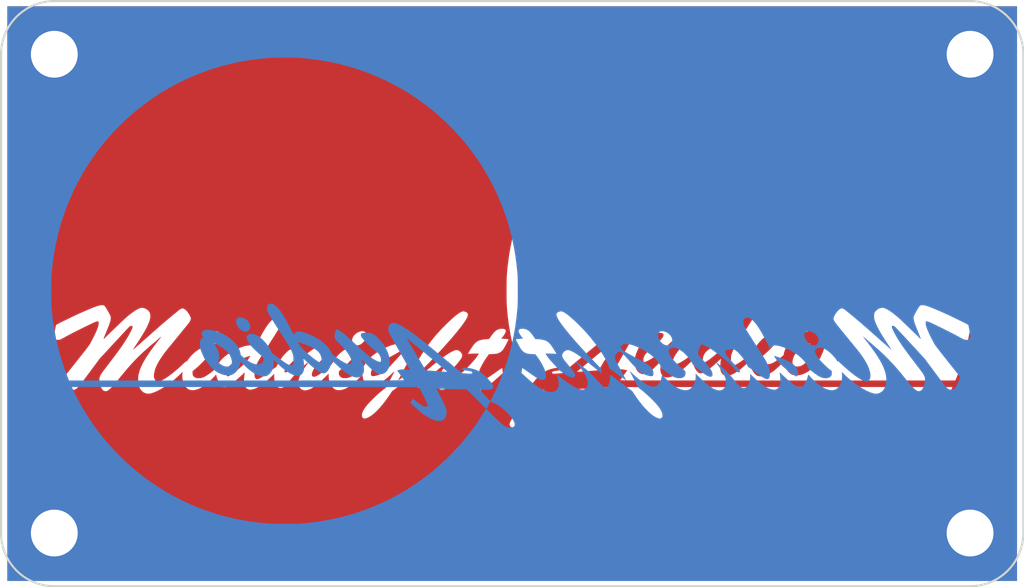
<source format=kicad_pcb>
(kicad_pcb (version 20211014) (generator pcbnew)

  (general
    (thickness 1.6)
  )

  (paper "A4")
  (layers
    (0 "F.Cu" signal)
    (31 "B.Cu" signal)
    (32 "B.Adhes" user "B.Adhesive")
    (33 "F.Adhes" user "F.Adhesive")
    (34 "B.Paste" user)
    (35 "F.Paste" user)
    (36 "B.SilkS" user "B.Silkscreen")
    (37 "F.SilkS" user "F.Silkscreen")
    (38 "B.Mask" user)
    (39 "F.Mask" user)
    (40 "Dwgs.User" user "User.Drawings")
    (41 "Cmts.User" user "User.Comments")
    (42 "Eco1.User" user "User.Eco1")
    (43 "Eco2.User" user "User.Eco2")
    (44 "Edge.Cuts" user)
    (45 "Margin" user)
    (46 "B.CrtYd" user "B.Courtyard")
    (47 "F.CrtYd" user "F.Courtyard")
    (48 "B.Fab" user)
    (49 "F.Fab" user)
    (50 "User.1" user)
    (51 "User.2" user)
    (52 "User.3" user)
    (53 "User.4" user)
    (54 "User.5" user)
    (55 "User.6" user)
    (56 "User.7" user)
    (57 "User.8" user)
    (58 "User.9" user)
  )

  (setup
    (stackup
      (layer "F.SilkS" (type "Top Silk Screen"))
      (layer "F.Paste" (type "Top Solder Paste"))
      (layer "F.Mask" (type "Top Solder Mask") (thickness 0.01))
      (layer "F.Cu" (type "copper") (thickness 0.035))
      (layer "dielectric 1" (type "core") (thickness 1.51) (material "FR4") (epsilon_r 4.5) (loss_tangent 0.02))
      (layer "B.Cu" (type "copper") (thickness 0.035))
      (layer "B.Mask" (type "Bottom Solder Mask") (thickness 0.01))
      (layer "B.Paste" (type "Bottom Solder Paste"))
      (layer "B.SilkS" (type "Bottom Silk Screen"))
      (copper_finish "None")
      (dielectric_constraints no)
    )
    (pad_to_mask_clearance 0)
    (pcbplotparams
      (layerselection 0x00010fc_ffffffff)
      (disableapertmacros false)
      (usegerberextensions false)
      (usegerberattributes true)
      (usegerberadvancedattributes true)
      (creategerberjobfile true)
      (svguseinch false)
      (svgprecision 6)
      (excludeedgelayer true)
      (plotframeref false)
      (viasonmask false)
      (mode 1)
      (useauxorigin false)
      (hpglpennumber 1)
      (hpglpenspeed 20)
      (hpglpendiameter 15.000000)
      (dxfpolygonmode true)
      (dxfimperialunits true)
      (dxfusepcbnewfont true)
      (psnegative false)
      (psa4output false)
      (plotreference true)
      (plotvalue true)
      (plotinvisibletext false)
      (sketchpadsonfab false)
      (subtractmaskfromsilk false)
      (outputformat 1)
      (mirror false)
      (drillshape 1)
      (scaleselection 1)
      (outputdirectory "")
    )
  )

  (net 0 "")

  (footprint "MountingHole:MountingHole_2.2mm_M2_DIN965_Pad_TopBottom" (layer "F.Cu") (at 142.75 74))

  (footprint "KrAd:midnightaudio27neg" (layer "F.Cu") (at 121.25 85.25))

  (footprint "MountingHole:MountingHole_2.2mm_M2_DIN965_Pad_TopBottom" (layer "F.Cu") (at 99.75 96.5))

  (footprint "MountingHole:MountingHole_2.2mm_M2_DIN965_Pad_TopBottom" (layer "F.Cu") (at 142.75 96.5))

  (footprint "MountingHole:MountingHole_2.2mm_M2_DIN965_Pad_TopBottom" (layer "F.Cu") (at 99.75 74))

  (footprint "KrAd:midnightaudio27neg" (layer "B.Cu")
    (tedit 0) (tstamp 4a89eff3-0fda-411a-b65e-d16ddff0add4)
    (at 121.25 85.25 180)
    (attr board_only exclude_from_pos_files exclude_from_bom)
    (fp_text reference "G***" (at 0 0) (layer "B.SilkS") hide
      (effects (font (size 1.524 1.524) (thickness 0.3)) (justify mirror))
      (tstamp bf45aef5-c952-40f9-b861-7792baa7214d)
    )
    (fp_text value "LOGO" (at 0.75 0) (layer "B.SilkS") hide
      (effects (font (size 1.524 1.524) (thickness 0.3)) (justify mirror))
      (tstamp 7147341f-acb9-47cf-8537-efc5285a89d4)
    )
    (fp_poly (pts
        (xy 12.837573 -1.118822)
        (xy 12.889379 -1.14028)
        (xy 12.928506 -1.174372)
        (xy 12.954518 -1.219875)
        (xy 12.966981 -1.275566)
        (xy 12.965462 -1.340222)
        (xy 12.949526 -1.412619)
        (xy 12.918737 -1.491534)
        (xy 12.912891 -1.503696)
        (xy 12.877639 -1.56233)
        (xy 12.83106 -1.621059)
        (xy 12.777724 -1.675178)
        (xy 12.722202 -1.71998)
        (xy 12.676055 -1.747536)
        (xy 12.621429 -1.767377)
        (xy 12.561602 -1.778439)
        (xy 12.502606 -1.780321)
        (xy 12.450475 -1.77262)
        (xy 12.426954 -1.764172)
        (xy 12.374751 -1.730019)
        (xy 12.335936 -1.684411)
        (xy 12.310648 -1.629731)
        (xy 12.299024 -1.568358)
        (xy 12.301204 -1.502673)
        (xy 12.317327 -1.435057)
        (xy 12.347531 -1.36789)
        (xy 12.391954 -1.303553)
        (xy 12.39959 -1.294594)
        (xy 12.454925 -1.241649)
        (xy 12.521234 -1.194759)
        (xy 12.593871 -1.156201)
        (xy 12.668189 -1.128256)
        (xy 12.739542 -1.113201)
        (xy 12.773521 -1.111221)
      ) (layer "B.Cu") (width 0) (fill solid) (tstamp 132ae074-29db-4f7c-b254-c5a086f1ecc8))
    (fp_poly (pts
        (xy 23.704751 -13.504525)
        (xy -23.704751 -13.504525)
        (xy -23.704751 -6.126682)
        (xy -0.120513 -6.126682)
        (xy -0.120435 -6.172376)
        (xy -0.120417 -6.172472)
        (xy -0.1035 -6.214844)
        (xy -0.072465 -6.251184)
        (xy -0.032337 -6.276209)
        (xy -0.016895 -6.281363)
        (xy 0.042862 -6.294889)
        (xy 0.091785 -6.30079)
        (xy 0.136523 -6.299271)
        (xy 0.183724 -6.290536)
        (xy 0.194396 -6.28785)
        (xy 0.266088 -6.262872)
        (xy 0.34378 -6.223406)
        (xy 0.429372 -6.168485)
        (xy 0.430995 -6.16735)
        (xy 0.456273 -6.147426)
        (xy 0.493968 -6.114498)
        (xy 0.543225 -6.069374)
        (xy 0.603188 -6.012861)
        (xy 0.673001 -5.945769)
        (xy 0.75181 -5.868904)
        (xy 0.838758 -5.783074)
        (xy 0.854573 -5.767365)
        (xy 1.206318 -5.41768)
        (xy 1.199559 -5.406599)
        (xy 1.226542 -5.406599)
        (xy 1.322741 -5.564631)
        (xy 1.523956 -5.882179)
        (xy 1.739482 -6.197862)
        (xy 1.965271 -6.505954)
        (xy 2.196799 -6.800151)
        (xy 2.38309 -7.020936)
        (xy 2.583848 -7.245259)
        (xy 2.795686 -7.469733)
        (xy 3.015212 -7.690968)
        (xy 3.239038 -7.905572)
        (xy 3.463773 -8.110158)
        (xy 3.686028 -8.301335)
        (xy 3.754449 -8.357801)
        (xy 4.113557 -8.638752)
        (xy 4.483271 -8.903915)
        (xy 4.863017 -9.153049)
        (xy 5.252225 -9.385916)
        (xy 5.650322 -9.602273)
        (xy 6.056735 -9.801881)
        (xy 6.470893 -9.984499)
        (xy 6.892223 -10.149887)
        (xy 7.320153 -10.297805)
        (xy 7.75411 -10.428012)
        (xy 8.193523 -10.540267)
        (xy 8.637819 -10.634331)
        (xy 9.086426 -10.709963)
        (xy 9.472322 -10.759758)
        (xy 9.576196 -10.770558)
        (xy 9.693779 -10.781538)
        (xy 9.819635 -10.792251)
        (xy 9.948328 -10.802251)
        (xy 10.074422 -10.811089)
        (xy 10.166704 -10.816846)
        (xy 10.186943 -10.817429)
        (xy 10.224381 -10.817894)
        (xy 10.277062 -10.818236)
        (xy 10.34303 -10.818452)
        (xy 10.420331 -10.818541)
        (xy 10.507007 -10.818498)
        (xy 10.601103 -10.818321)
        (xy 10.700664 -10.818008)
        (xy 10.765309 -10.817739)
        (xy 10.890466 -10.817068)
        (xy 10.998785 -10.816237)
        (xy 11.092585 -10.815177)
        (xy 11.174182 -10.813822)
        (xy 11.245896 -10.812103)
        (xy 11.310042 -10.809954)
        (xy 11.36894 -10.807307)
        (xy 11.424906 -10.804095)
        (xy 11.480259 -10.80025)
        (xy 11.537316 -10.795704)
        (xy 11.545001 -10.795057)
        (xy 12.012967 -10.746281)
        (xy 12.473471 -10.679876)
        (xy 12.926632 -10.595804)
        (xy 13.372573 -10.494025)
        (xy 13.811414 -10.374502)
        (xy 14.243275 -10.237195)
        (xy 14.668279 -10.082066)
        (xy 15.086546 -9.909076)
        (xy 15.498198 -9.718186)
        (xy 15.903354 -9.509358)
        (xy 16.302137 -9.282553)
        (xy 16.333065 -9.264052)
        (xy 16.667344 -9.055671)
        (xy 16.987895 -8.83981)
        (xy 17.297244 -8.614488)
        (xy 17.59792 -8.377724)
        (xy 17.89245 -8.127538)
        (xy 18.183363 -7.861948)
        (xy 18.437534 -7.61476)
        (xy 18.662791 -7.38422)
        (xy 18.873089 -7.157672)
        (xy 19.071166 -6.931774)
        (xy 19.259761 -6.703185)
        (xy 19.441611 -6.468563)
        (xy 19.619454 -6.224568)
        (xy 19.796028 -5.967858)
        (xy 19.834743 -5.909697)
        (xy 19.95165 -5.728515)
        (xy 20.06914 -5.537714)
        (xy 20.185207 -5.340892)
        (xy 20.297847 -5.141643)
        (xy 20.405054 -4.943563)
        (xy 20.504825 -4.750249)
        (xy 20.595154 -4.565296)
        (xy 20.647871 -4.451226)
        (xy 20.677003 -4.386577)
        (xy 12.586861 -4.387696)
        (xy 12.193368 -4.387758)
        (xy 11.804441 -4.387833)
        (xy 11.420526 -4.387921)
        (xy 11.042067 -4.388021)
        (xy 10.669512 -4.388134)
        (xy 10.303305 -4.388259)
        (xy 9.943891 -4.388395)
        (xy 9.591718 -4.388542)
        (xy 9.247229 -4.3887)
        (xy 8.910871 -4.388868)
        (xy 8.58309 -4.389045)
        (xy 8.264331 -4.389233)
        (xy 7.955039 -4.389429)
        (xy 7.65566 -4.389634)
        (xy 7.366641 -4.389848)
        (xy 7.088425 -4.390069)
        (xy 6.82146 -4.390298)
        (xy 6.566191 -4.390534)
        (xy 6.323062 -4.390777)
        (xy 6.092521 -4.391026)
        (xy 5.875011 -4.391281)
        (xy 5.67098 -4.391541)
        (xy 5.480873 -4.391807)
        (xy 5.305135 -4.392077)
        (xy 5.144211 -4.392352)
        (xy 4.998549 -4.39263)
        (xy 4.868592 -4.392913)
        (xy 4.754787 -4.393198)
        (xy 4.657579 -4.393487)
        (xy 4.577414 -4.393777)
        (xy 4.514738 -4.39407)
        (xy 4.469995 -4.394364)
        (xy 4.443633 -4.39466)
        (xy 4.436217 -4.394879)
        (xy 4.375715 -4.400943)
        (xy 4.170437 -4.800895)
        (xy 4.128782 -4.882564)
        (xy 4.089962 -4.959668)
        (xy 4.054843 -5.03041)
        (xy 4.024296 -5.092993)
        (xy 3.999188 -5.145621)
        (xy 3.980388 -5.186498)
        (xy 3.968765 -5.213826)
        (xy 3.965158 -5.225444)
        (xy 3.972486 -5.250008)
        (xy 3.991431 -5.276276)
        (xy 3.993154 -5.278037)
        (xy 4.011631 -5.294129)
        (xy 4.03047 -5.302557)
        (xy 4.056928 -5.305698)
        (xy 4.078657 -5.306034)
        (xy 4.101572 -5.305039)
        (xy 4.124631 -5.301475)
        (xy 4.149244 -5.294472)
        (xy 4.176819 -5.28316)
        (xy 4.208765 -5.266669)
        (xy 4.246492 -5.244129)
        (xy 4.291407 -5.21467)
        (xy 4.344921 -5.177422)
        (xy 4.408441 -5.131516)
        (xy 4.483377 -5.076081)
        (xy 4.571137 -5.010247)
        (xy 4.63143 -4.964716)
        (xy 4.660787 -4.942509)
        (xy 4.720024 -5.02799)
        (xy 4.744145 -5.063579)
        (xy 4.763533 -5.093673)
        (xy 4.775919 -5.114653)
        (xy 4.779261 -5.122437)
        (xy 4.772289 -5.13382)
        (xy 4.752596 -5.155977)
        (xy 4.722017 -5.187225)
        (xy 4.682386 -5.225884)
        (xy 4.635536 -5.270273)
        (xy 4.583301 -5.318711)
        (xy 4.527516 -5.369518)
        (xy 4.470015 -5.421012)
        (xy 4.412632 -5.471514)
        (xy 4.3572 -5.519342)
        (xy 4.305555 -5.562814)
        (xy 4.259529 -5.600252)
        (xy 4.247699 -5.609579)
        (xy 4.121974 -5.702557)
        (xy 3.999591 -5.782573)
        (xy 3.881374 -5.849439)
        (xy 3.768143 -5.902967)
        (xy 3.66072 -5.942967)
        (xy 3.559927 -5.969252)
        (xy 3.466585 -5.981633)
        (xy 3.381516 -5.97992)
        (xy 3.305541 -5.963927)
        (xy 3.239483 -5.933463)
        (xy 3.184161 -5.88834)
        (xy 3.160093 -5.859273)
        (xy 3.12854 -5.805468)
        (xy 3.105283 -5.741442)
        (xy 3.089366 -5.664105)
        (xy 3.082943 -5.610042)
        (xy 3.078851 -5.561828)
        (xy 3.077418 -5.526679)
        (xy 3.079018 -5.498641)
        (xy 3.084023 -5.471762)
        (xy 3.092807 -5.440087)
        (xy 3.093808 -5.436759)
        (xy 3.105984 -5.400267)
        (xy 3.123523 -5.352656)
        (xy 3.144002 -5.30031)
        (xy 3.163401 -5.253356)
        (xy 3.181773 -5.212141)
        (xy 3.207576 -5.156994)
        (xy 3.239304 -5.090925)
        (xy 3.275453 -5.016946)
        (xy 3.314519 -4.938068)
        (xy 3.354997 -4.857304)
        (xy 3.395383 -4.777664)
        (xy 3.434172 -4.70216)
        (xy 3.469861 -4.633804)
        (xy 3.500944 -4.575606)
        (xy 3.512668 -4.554186)
        (xy 3.532271 -4.518205)
        (xy 3.547584 -4.489112)
        (xy 3.55674 -4.470516)
        (xy 3.55847 -4.465652)
        (xy 3.548843 -4.465581)
        (xy 3.521557 -4.466106)
        (xy 3.478098 -4.467183)
        (xy 3.419952 -4.468769)
        (xy 3.348603 -4.470821)
        (xy 3.265539 -4.473294)
        (xy 3.172244 -4.476145)
        (xy 3.070205 -4.47933)
        (xy 2.960906 -4.482806)
        (xy 2.845835 -4.48653)
        (xy 2.83952 -4.486736)
        (xy 2.122411 -4.510156)
        (xy 1.674477 -4.958377)
        (xy 1.226542 -5.406599)
        (xy 1.199559 -5.406599)
        (xy 1.188333 -5.388195)
        (xy 1.178049 -5.369804)
        (xy 1.161134 -5.337841)
        (xy 1.139454 -5.295904)
        (xy 1.114875 -5.24759)
        (xy 1.097588 -5.213191)
        (xy 1.024827 -5.067671)
        (xy 0.955381 -5.09608)
        (xy 0.788127 -5.174174)
        (xy 0.626476 -5.269453)
        (xy 0.469749 -5.38239)
        (xy 0.317267 -5.513457)
        (xy 0.224313 -5.604285)
        (xy 0.144491 -5.689994)
        (xy 0.073322 -5.774538)
        (xy 0.011727 -5.8564)
        (xy -0.039375 -5.934062)
        (xy -0.079063 -6.006008)
        (xy -0.106416 -6.07072)
        (xy -0.120513 -6.126682)
        (xy -23.704751 -6.126682)
        (xy -23.704751 -2.019839)
        (xy -21.514434 -2.019839)
        (xy -21.513914 -2.050492)
        (xy -21.509641 -2.074358)
        (xy -21.501636 -2.093832)
        (xy -21.489916 -2.111312)
        (xy -21.481279 -2.121646)
        (xy -21.449803 -2.149482)
        (xy -21.412142 -2.166111)
        (xy -21.364332 -2.172701)
        (xy -21.313126 -2.171314)
        (xy -21.288552 -2.169025)
        (xy -21.265614 -2.165482)
        (xy -21.242218 -2.159749)
        (xy -21.216271 -2.150894)
        (xy -21.185679 -2.13798)
        (xy -21.14835 -2.120075)
        (xy -21.10219 -2.096244)
        (xy -21.045107 -2.065551)
        (xy -20.975006 -2.027065)
        (xy -20.912859 -1.992649)
        (xy -20.851962 -1.959536)
        (xy -20.776156 -1.919412)
        (xy -20.68784 -1.87348)
        (xy -20.58941 -1.82294)
        (xy -20.483264 -1.768994)
        (xy -20.371798 -1.712844)
        (xy -20.257412 -1.655692)
        (xy -20.142501 -1.598738)
        (xy -20.029463 -1.543185)
        (xy -19.920696 -1.490235)
        (xy -19.818597 -1.441088)
        (xy -19.725564 -1.396946)
        (xy -19.706138 -1.387833)
        (xy -19.627635 -1.351834)
        (xy -19.564379 -1.324982)
        (xy -19.514769 -1.307313)
        (xy -19.477203 -1.298862)
        (xy -19.450078 -1.299663)
        (xy -19.431793 -1.309754)
        (xy -19.420745 -1.329169)
        (xy -19.415333 -1.357945)
        (xy -19.413952 -1.394312)
        (xy -19.419562 -1.453723)
        (xy -19.436428 -1.527471)
        (xy -19.4646 -1.61568)
        (xy -19.504131 -1.718474)
        (xy -19.555072 -1.83598)
        (xy -19.617474 -1.968321)
        (xy -19.691389 -2.115621)
        (xy -19.776869 -2.278006)
        (xy -19.789108 -2.300739)
        (xy -19.802107 -2.324595)
        (xy -19.814871 -2.347286)
        (xy -19.828194 -2.369865)
        (xy -19.842865 -2.393385)
        (xy -19.859676 -2.418899)
        (xy -19.879418 -2.447459)
        (xy -19.902882 -2.480118)
        (xy -19.930858 -2.51793)
        (xy -19.964139 -2.561946)
        (xy -20.003515 -2.613221)
        (xy -20.049777 -2.672805)
        (xy -20.103717 -2.741754)
        (xy -20.166125 -2.821118)
        (xy -20.237792 -2.911952)
        (xy -20.31951 -3.015307)
        (xy -20.41207 -3.132238)
        (xy -20.447594 -3.177096)
        (xy -21.029998 -3.912482)
        (xy -20.992163 -4.022625)
        (xy -20.951457 -4.135514)
        (xy -20.912663 -4.2309)
        (xy -20.874915 -4.310231)
        (xy -20.837347 -4.374958)
        (xy -20.799094 -4.426529)
        (xy -20.759289 -4.466394)
        (xy -20.717067 -4.496002)
        (xy -20.705729 -4.502126)
        (xy -20.657027 -4.517224)
        (xy -20.600441 -4.518915)
        (xy -20.541477 -4.507484)
        (xy -20.501134 -4.491529)
        (xy -20.482247 -4.481187)
        (xy -20.462575 -4.468014)
        (xy -20.44134 -4.451065)
        (xy -20.417764 -4.429396)
        (xy -20.391069 -4.40206)
        (xy -20.360477 -4.368115)
        (xy -20.325212 -4.326615)
        (xy -20.284495 -4.276615)
        (xy -20.237548 -4.217171)
        (xy -20.183595 -4.147338)
        (xy -20.121856 -4.066171)
        (xy -20.051556 -3.972725)
        (xy -19.971915 -3.866056)
        (xy -19.882156 -3.745219)
        (xy -19.840307 -3.688737)
        (xy -19.376757 -3.06273)
        (xy -18.708695 -2.338284)
        (xy -18.615751 -2.237547)
        (xy -18.525831 -2.140189)
        (xy -18.439865 -2.047211)
        (xy -18.358783 -1.959612)
        (xy -18.283512 -1.878395)
        (xy -18.214983 -1.804558)
        (xy -18.154124 -1.739102)
        (xy -18.101864 -1.683029)
        (xy -18.059134 -1.637338)
        (xy -18.026861 -1.603031)
        (xy -18.005974 -1.581106)
        (xy -17.998577 -1.573616)
        (xy -17.967436 -1.548083)
        (xy -17.933223 -1.526256)
        (xy -17.914426 -1.517317)
        (xy -17.887804 -1.508045)
        (xy -17.870929 -1.506331)
        (xy -17.855923 -1.512235)
        (xy -17.847028 -1.51782)
        (xy -17.831709 -1.529916)
        (xy -17.825502 -1.543933)
        (xy -17.826134 -1.567017)
        (xy -17.827596 -1.578908)
        (xy -17.83617 -1.612716)
        (xy -17.854292 -1.660479)
        (xy -17.880919 -1.720192)
        (xy -17.915006 -1.789852)
        (xy -17.955507 -1.867453)
        (xy -18.001379 -1.950991)
        (xy -18.051577 -2.038462)
        (xy -18.105056 -2.127862)
        (xy -18.157753 -2.212444)
        (xy -18.202847 -2.282608)
        (xy -18.24887 -2.352604)
        (xy -18.296844 -2.423844)
        (xy -18.34779 -2.497744)
        (xy -18.402733 -2.575717)
        (xy -18.462693 -2.659178)
        (xy -18.528695 -2.74954)
        (xy -18.60176 -2.848219)
        (xy -18.68291 -2.956627)
        (xy -18.773169 -3.07618)
        (xy -18.873558 -3.208291)
        (xy -18.954134 -3.313877)
        (xy -19.02602 -3.408005)
        (xy -19.087256 -3.488408)
        (xy -19.138873 -3.556546)
        (xy -19.181901 -3.613874)
        (xy -19.217371 -3.661851)
        (xy -19.246315 -3.701934)
        (xy -19.269763 -3.735581)
        (xy -19.288746 -3.764248)
        (xy -19.304295 -3.789395)
        (xy -19.31744 -3.812477)
        (xy -19.329214 -3.834954)
        (xy -19.340646 -3.858281)
        (xy -19.343673 -3.864632)
        (xy -19.362602 -3.907194)
        (xy -19.374032 -3.942178)
        (xy -19.380204 -3.978499)
        (xy -19.383223 -4.022047)
        (xy -19.380873 -4.109549)
        (xy -19.367309 -4.203013)
        (xy -19.344036 -4.296714)
        (xy -19.312559 -4.384928)
        (xy -19.274384 -4.461928)
        (xy -19.262623 -4.480816)
        (xy -19.223914 -4.530126)
        (xy -19.182679 -4.56224)
        (xy -19.135676 -4.579102)
        (xy -19.092435 -4.582919)
        (xy -19.061495 -4.582057)
        (xy -19.037707 -4.577935)
        (xy -19.014669 -4.568247)
        (xy -18.985976 -4.550687)
        (xy -18.966584 -4.537603)
        (xy -18.914896 -4.497636)
        (xy -18.853976 -4.442274)
        (xy -18.784671 -4.372413)
        (xy -18.707822 -4.288951)
        (xy -18.624276 -4.192783)
        (xy -18.534877 -4.084806)
        (xy -18.504101 -4.046569)
        (xy -18.381885 -3.894655)
        (xy -18.269013 -3.756462)
        (xy -18.163794 -3.630055)
        (xy -18.064537 -3.513498)
        (xy -17.969549 -3.404857)
        (xy -17.877138 -3.302197)
        (xy -17.785614 -3.203581)
        (xy -17.693283 -3.107075)
        (xy -17.599159 -3.011451)
        (xy -17.52998 -2.94256)
        (xy -17.463955 -2.877917)
        (xy -17.398994 -2.815617)
        (xy -17.333002 -2.753755)
        (xy -17.263887 -2.690426)
        (xy -17.189556 -2.623725)
        (xy -17.107917 -2.551746)
        (xy -17.016877 -2.472585)
        (xy -16.914343 -2.384336)
        (xy -16.847135 -2.326829)
        (xy -16.764999 -2.25669)
        (xy -16.696216 -2.19801)
        (xy -16.639583 -2.149795)
        (xy -16.593899 -2.111051)
        (xy -16.557962 -2.080782)
        (xy -16.530571 -2.057993)
        (xy -16.510524 -2.041689)
        (xy -16.49662 -2.030875)
        (xy -16.487657 -2.024557)
        (xy -16.482433 -2.02174)
        (xy -16.479748 -2.021428)
        (xy -16.478937 -2.021944)
        (xy -16.483173 -2.030439)
        (xy -16.497503 -2.051401)
        (xy -16.520092 -2.082308)
        (xy -16.549103 -2.120637)
        (xy -16.575885 -2.15518)
        (xy -16.715818 -2.335981)
        (xy -16.842649 -2.504393)
        (xy -16.956983 -2.66141)
        (xy -17.059425 -2.808025)
        (xy -17.150579 -2.945229)
        (xy -17.231052 -3.074017)
        (xy -17.301447 -3.195381)
        (xy -17.36237 -3.310313)
        (xy -17.414425 -3.419806)
        (xy -17.458219 -3.524853)
        (xy -17.494355 -3.626448)
        (xy -17.5159 -3.697763)
        (xy -17.540266 -3.794711)
        (xy -17.55577 -3.882414)
        (xy -17.563284 -3.968123)
        (xy -17.56368 -4.059092)
        (xy -17.562639 -4.086398)
        (xy -17.55075 -4.213378)
        (xy -17.527323 -4.325438)
        (xy -17.492179 -4.42308)
        (xy -17.445137 -4.506809)
        (xy -17.389158 -4.574029)
        (xy -17.31878 -4.63136)
        (xy -17.240178 -4.672208)
        (xy -17.155583 -4.695757)
        (xy -17.06723 -4.701191)
        (xy -17.045393 -4.699679)
        (xy -16.961508 -4.685213)
        (xy -16.866625 -4.657266)
        (xy -16.762305 -4.616819)
        (xy -16.650108 -4.564855)
        (xy -16.531596 -4.502355)
        (xy -16.408329 -4.430301)
        (xy -16.281869 -4.349675)
        (xy -16.153777 -4.26146)
        (xy -16.025614 -4.166636)
        (xy -15.898941 -4.066186)
        (xy -15.775318 -3.961091)
        (xy -15.656307 -3.852335)
        (xy -15.579926 -3.777905)
        (xy -15.476404 -3.674256)
        (xy -15.484149 -3.750269)
        (xy -15.490415 -3.88838)
        (xy -15.480009 -4.017725)
        (xy -15.452773 -4.139245)
        (xy -15.408548 -4.253881)
        (xy -15.394894 -4.281428)
        (xy -15.341935 -4.366837)
        (xy -15.280637 -4.435102)
        (xy -15.211254 -4.4862)
        (xy -15.134039 -4.520106)
        (xy -15.049246 -4.536796)
        (xy -14.95713 -4.536246)
        (xy -14.857944 -4.518433)
        (xy -14.751943 -4.483332)
        (xy -14.63938 -4.430919)
        (xy -14.524548 -4.363761)
        (xy -14.446154 -4.309631)
        (xy -14.360194 -4.243272)
        (xy -14.270354 -4.167955)
        (xy -14.180325 -4.08695)
        (xy -14.093796 -4.003526)
        (xy -14.014453 -3.920955)
        (xy -13.973831 -3.875494)
        (xy -13.946924 -3.845021)
        (xy -13.924584 -3.820819)
        (xy -13.909777 -3.806041)
        (xy -13.905617 -3.802982)
        (xy -13.900651 -3.811041)
        (xy -13.895158 -3.832087)
        (xy -13.893192 -3.843043)
        (xy -13.883601 -3.886104)
        (xy -13.867342 -3.940974)
        (xy -13.846323 -4.002335)
        (xy -13.822454 -4.06487)
        (xy -13.797644 -4.12326)
        (xy -13.77763 -4.164913)
        (xy -13.728846 -4.247399)
        (xy -13.677284 -4.311331)
        (xy -13.622545 -4.357164)
        (xy -13.594927 -4.372916)
        (xy -13.560541 -4.387972)
        (xy -13.532297 -4.394497)
        (xy -13.500257 -4.394364)
        (xy -13.4874 -4.393203)
        (xy -13.437888 -4.383167)
        (xy -13.381603 -4.362161)
        (xy -13.317896 -4.329723)
        (xy -13.246122 -4.285388)
        (xy -13.165632 -4.228695)
        (xy -13.075779 -4.15918)
        (xy -12.975918 -4.076379)
        (xy -12.8654 -3.97983)
        (xy -12.743578 -3.86907)
        (xy -12.704789 -3.833056)
        (xy -12.661497 -3.792939)
        (xy -12.623146 -3.757883)
        (xy -12.59185 -3.729781)
        (xy -12.569722 -3.710526)
        (xy -12.558879 -3.70201)
        (xy -12.558168 -3.70179)
        (xy -12.558325 -3.711756)
        (xy -12.561067 -3.736579)
        (xy -12.565898 -3.772209)
        (xy -12.570613 -3.803698)
        (xy -12.578691 -3.865093)
        (xy -12.585136 -3.93263)
        (xy -12.589786 -4.002174)
        (xy -12.59248 -4.069594)
        (xy -12.59306 -4.130758)
        (xy -12.591363 -4.181533)
        (xy -12.587228 -4.217786)
        (xy -12.586798 -4.219887)
        (xy -12.561138 -4.307615)
        (xy -12.525169 -4.380779)
        (xy -12.479411 -4.438617)
        (xy -12.424384 -4.480365)
        (xy -12.401194 -4.491834)
        (xy -12.37271 -4.502768)
        (xy -12.346602 -4.508633)
        (xy -12.315952 -4.510292)
        (xy -12.273843 -4.50861)
        (xy -12.269219 -4.508322)
        (xy -12.179378 -4.494859)
        (xy -12.083035 -4.465347)
        (xy -11.979934 -4.419623)
        (xy -11.869817 -4.357524)
        (xy -11.752426 -4.278888)
        (xy -11.627505 -4.183553)
        (xy -11.494796 -4.071355)
        (xy -11.354041 -3.942131)
        (xy -11.316026 -3.905657)
        (xy -11.172361 -3.766644)
        (xy -11.175718 -3.846266)
        (xy -11.173897 -3.952783)
        (xy -11.160396 -4.060439)
        (xy -11.136306 -4.163265)
        (xy -11.102721 -4.255287)
        (xy -11.099627 -4.262067)
        (xy -11.060688 -4.329445)
        (xy -11.014418 -4.381342)
        (xy -10.962354 -4.417073)
        (xy -10.906037 -4.435956)
        (xy -10.847005 -4.437307)
        (xy -10.786796 -4.420445)
        (xy -10.765917 -4.410216)
        (xy -10.721044 -4.380071)
        (xy -10.667412 -4.334097)
        (xy -10.605794 -4.273081)
        (xy -10.536959 -4.197809)
        (xy -10.461679 -4.109068)
        (xy -10.418877 -4.056147)
        (xy -10.300872 -3.91169)
        (xy -10.187901 -3.781282)
        (xy -10.076889 -3.66162)
        (xy -9.964761 -3.549397)
        (xy -9.848442 -3.441309)
        (xy -9.838178 -3.432131)
        (xy -9.794546 -3.39399)
        (xy -9.748964 -3.355465)
        (xy -9.703858 -3.31846)
        (xy -9.661654 -3.284879)
        (xy -9.624777 -3.256627)
        (xy -9.595653 -3.235608)
        (xy -9.576708 -3.223727)
        (xy -9.570561 -3.222024)
        (xy -9.574443 -3.230838)
        (xy -9.58789 -3.252806)
        (xy -9.609313 -3.285512)
        (xy -9.63712 -3.326539)
        (xy -9.669724 -3.373468)
        (xy -9.676248 -3.382736)
        (xy -9.74965 -3.488666)
        (xy -9.81178 -3.582662)
        (xy -9.864019 -3.667173)
        (xy -9.90775 -3.744644)
        (xy -9.944355 -3.817524)
        (xy -9.975215 -3.888259)
        (xy -10.001437 -3.958493)
        (xy -10.01422 -3.997082)
        (xy -10.022827 -4.028806)
        (xy -10.02808 -4.059392)
        (xy -10.0308 -4.094567)
        (xy -10.03181 -4.140058)
        (xy -10.031933 -4.171079)
        (xy -10.03154 -4.225656)
        (xy -10.029844 -4.265856)
        (xy -10.026271 -4.296441)
        (xy -10.02025 -4.322176)
        (xy -10.011208 -4.347825)
        (xy -10.010473 -4.349675)
        (xy -9.974862 -4.41528)
        (xy -9.925679 -4.471034)
        (xy -9.866476 -4.513037)
        (xy -9.857484 -4.51765)
        (xy -9.825296 -4.531912)
        (xy -9.79664 -4.5399)
        (xy -9.763584 -4.543169)
        (xy -9.726132 -4.543399)
        (xy -9.661021 -4.538121)
        (xy -9.593823 -4.523619)
        (xy -9.523557 -4.499248)
        (xy -9.449243 -4.464365)
        (xy -9.3699 -4.418325)
        (xy -9.284548 -4.360486)
        (xy -9.192206 -4.290204)
        (xy -9.091894 -4.206835)
        (xy -8.982631 -4.109735)
        (xy -8.863437 -3.998262)
        (xy -8.794817 -3.932076)
        (xy -8.615121 -3.757132)
        (xy -8.618536 -3.843808)
        (xy -8.615913 -3.942818)
        (xy -8.601442 -4.045643)
        (xy -8.576476 -4.146612)
        (xy -8.542369 -4.240055)
        (xy -8.507605 -4.30865)
        (xy -8.469505 -4.363106)
        (xy -8.422533 -4.415244)
        (xy -8.371191 -4.460908)
        (xy -8.319977 -4.495943)
        (xy -8.287997 -4.511394)
        (xy -8.205072 -4.533131)
        (xy -8.114658 -4.537815)
        (xy -8.017524 -4.525677)
        (xy -7.91444 -4.496949)
        (xy -7.806172 -4.451862)
        (xy -7.69349 -4.390648)
        (xy -7.577163 -4.313538)
        (xy -7.540151 -4.286192)
        (xy -7.457104 -4.219914)
        (xy -7.368532 -4.143197)
        (xy -7.280036 -4.061197)
        (xy -7.19722 -3.979066)
        (xy -7.140159 -3.918218)
        (xy -7.106355 -3.881075)
        (xy -7.077092 -3.849591)
        (xy -7.054728 -3.826252)
        (xy -7.041621 -3.813542)
        (xy -7.039313 -3.811946)
        (xy -7.03558 -3.820663)
        (xy -7.030156 -3.843848)
        (xy -7.024051 -3.877004)
        (xy -7.022366 -3.887408)
        (xy -7.000535 -3.988295)
        (xy -6.96863 -4.081463)
        (xy -6.927922 -4.16475)
        (xy -6.879684 -4.235997)
        (xy -6.825187 -4.293041)
        (xy -6.765705 -4.333722)
        (xy -6.757052 -4.337989)
        (xy -6.693103 -4.358615)
        (xy -6.620986 -4.365794)
        (xy -6.546551 -4.359133)
        (xy -6.522241 -4.353771)
        (xy -6.445873 -4.328386)
        (xy -6.35947 -4.289317)
        (xy -6.26494 -4.237858)
        (xy -6.164189 -4.175302)
        (xy -6.059124 -4.102945)
        (xy -5.95165 -4.022081)
        (xy -5.843674 -3.934004)
        (xy -5.737102 -3.840008)
        (xy -5.664182 -3.771211)
        (xy -5.623843 -3.732395)
        (xy -5.588117 -3.698669)
        (xy -5.55929 -3.672142)
        (xy -5.539652 -3.654919)
        (xy -5.531577 -3.649095)
        (xy -5.533756 -3.657218)
        (xy -5.543851 -3.680223)
        (xy -5.560812 -3.716066)
        (xy -5.583585 -3.762703)
        (xy -5.611121 -3.818091)
        (xy -5.642367 -3.880185)
        (xy -5.676271 -3.946942)
        (xy -5.711782 -4.016318)
        (xy -5.747848 -4.086268)
        (xy -5.783417 -4.154749)
        (xy -5.817438 -4.219716)
        (xy -5.84886 -4.279127)
        (xy -5.87663 -4.330937)
        (xy -5.899697 -4.373101)
        (xy -5.917009 -4.403577)
        (xy -5.927515 -4.42032)
        (xy -5.929649 -4.422768)
        (xy -6.011113 -4.483107)
        (xy -6.102146 -4.555387)
        (xy -6.199796 -4.637048)
        (xy -6.301115 -4.725532)
        (xy -6.403151 -4.818281)
        (xy -6.502956 -4.912736)
        (xy -6.566535 -4.975132)
        (xy -6.670645 -5.081539)
        (xy -6.760103 -5.178819)
        (xy -6.836136 -5.268563)
        (xy -6.89997 -5.352358)
        (xy -6.952832 -5.431793)
        (xy -6.995948 -5.508457)
        (xy -7.023332 -5.566722)
        (xy -7.03973 -5.608301)
        (xy -7.048955 -5.6435)
        (xy -7.052944 -5.681782)
        (xy -7.053657 -5.714825)
        (xy -7.053344 -5.754267)
        (xy -7.051081 -5.780051)
        (xy -7.045442 -5.797667)
        (xy -7.034999 -5.812606)
        (xy -7.025586 -5.822827)
        (xy -7.000253 -5.844042)
        (xy -6.97342 -5.859082)
        (xy -6.96812 -5.860928)
        (xy -6.947429 -5.867031)
        (xy -6.937206 -5.870211)
        (xy -6.937105 -5.870253)
        (xy -6.92751 -5.868926)
        (xy -6.904853 -5.864594)
        (xy -6.884427 -5.860379)
        (xy -6.802745 -5.834991)
        (xy -6.714729 -5.792372)
        (xy -6.621005 -5.733135)
        (xy -6.5222 -5.657896)
        (xy -6.41894 -5.567269)
        (xy -6.31185 -5.461868)
        (xy -6.201557 -5.342308)
        (xy -6.088687 -5.209203)
        (xy -5.973865 -5.063169)
        (xy -5.857718 -4.904819)
        (xy -5.746703 -4.743512)
        (xy -5.636463 -4.578464)
        (xy -5.124058 -4.195552)
        (xy -4.611652 -3.812641)
        (xy -4.599741 -3.947619)
        (xy -4.586165 -4.062457)
        (xy -4.567217 -4.16189)
        (xy -4.543167 -4.245453)
        (xy -4.514286 -4.312683)
        (xy -4.480846 -4.363117)
        (xy -4.443118 -4.39629)
        (xy -4.401372 -4.411739)
        (xy -4.355879 -4.409)
        (xy -4.334349 -4.401748)
        (xy -4.311242 -4.387732)
        (xy -4.27779 -4.36056)
        (xy -4.233699 -4.319942)
        (xy -4.178676 -4.265589)
        (xy -4.112428 -4.197213)
        (xy -4.034662 -4.114525)
        (xy -3.953245 -4.026167)
        (xy -3.787156 -3.851208)
        (xy -3.621184 -3.690361)
        (xy -3.450523 -3.539227)
        (xy -3.270367 -3.393407)
        (xy -3.2181 -3.353335)
        (xy -3.146375 -3.299248)
        (xy -3.088594 -3.256356)
        (xy -3.043706 -3.223929)
        (xy -3.010665 -3.201239)
        (xy -2.988422 -3.187557)
        (xy -2.975929 -3.182151)
        (xy -2.972667 -3.182587)
        (xy -2.976725 -3.191246)
        (xy -2.990943 -3.212148)
        (xy -3.013407 -3.242669)
        (xy -3.042206 -3.28018)
        (xy -3.062269 -3.305626)
        (xy -3.158962 -3.429128)
        (xy -3.242747 -3.540758)
        (xy -3.314463 -3.641981)
        (xy -3.37495 -3.734262)
        (xy -3.425048 -3.819068)
        (xy -3.465597 -3.897864)
        (xy -3.497437 -3.972115)
        (xy -3.521407 -4.043287)
        (xy -3.538348 -4.112847)
        (xy -3.544364 -4.146959)
        (xy -3.548918 -4.222602)
        (xy -3.539702 -4.294674)
        (xy -3.518021 -4.360482)
        (xy -3.485183 -4.417333)
        (xy -3.442493 -4.462534)
        (xy -3.391257 -4.493394)
        (xy -3.373193 -4.499823)
        (xy -3.313549 -4.509442)
        (xy -3.244304 -4.505258)
        (xy -3.165071 -4.487118)
        (xy -3.07546 -4.454871)
        (xy -2.975085 -4.408363)
        (xy -2.863556 -4.347442)
        (xy -2.740486 -4.271957)
        (xy -2.663708 -4.22147)
        (xy -2.620382 -4.191767)
        (xy -2.567147 -4.154357)
        (xy -2.507142 -4.111533)
        (xy -2.443503 -4.065585)
        (xy -2.379369 -4.018802)
        (xy -2.317876 -3.973476)
        (xy -2.262162 -3.931898)
        (xy -2.215366 -3.896357)
        (xy -2.180623 -3.869144)
        (xy -2.176402 -3.865723)
        (xy -2.145841 -3.841635)
        (xy -2.121052 -3.823677)
        (xy -2.10551 -3.814285)
        (xy -2.10215 -3.813662)
        (xy -2.102607 -3.824423)
        (xy -2.108456 -3.847807)
        (xy -2.117166 -3.874994)
        (xy -2.156161 -4.00317)
        (xy -2.180202 -4.120366)
        (xy -2.189301 -4.226403)
        (xy -2.183468 -4.321101)
        (xy -2.162716 -4.404284)
        (xy -2.127054 -4.475771)
        (xy -2.076496 -4.535386)
        (xy -2.074901 -4.536852)
        (xy -2.028583 -4.573679)
        (xy -1.981272 -4.598675)
        (xy -1.928105 -4.613454)
        (xy -1.86422 -4.619631)
        (xy -1.824548 -4.619971)
        (xy -1.750105 -4.615176)
        (xy -1.676511 -4.602035)
        (xy -1.599751 -4.579411)
        (xy -1.515812 -4.546168)
        (xy -1.441441 -4.511481)
        (xy -1.377953 -4.479067)
        (xy -1.315692 -4.444519)
        (xy -1.25329 -4.406779)
        (xy -1.189377 -4.364791)
        (xy -1.122587 -4.317498)
        (xy -1.051549 -4.263841)
        (xy -0.974897 -4.202765)
        (xy -0.891261 -4.133211)
        (xy -0.799273 -4.054124)
        (xy -0.697566 -3.964445)
        (xy -0.584769 -3.863117)
        (xy -0.486338 -3.773605)
        (xy -0.439147 -3.730506)
        (xy -0.450843 -3.620362)
        (xy -0.455983 -3.575648)
        (xy -0.461099 -3.53751)
        (xy -0.465565 -3.510252)
        (xy -0.468519 -3.498566)
        (xy -0.477967 -3.500686)
        (xy -0.50238 -3.514227)
        (xy -0.541479 -3.539007)
        (xy -0.594989 -3.574844)
        (xy -0.662632 -3.621556)
        (xy -0.744132 -3.678959)
        (xy -0.767647 -3.695677)
        (xy -0.871917 -3.769593)
        (xy -0.962341 -3.832816)
        (xy -1.040388 -3.886155)
        (xy -1.107529 -3.930423)
        (xy -1.165232 -3.966431)
        (xy -1.214968 -3.994988)
        (xy -1.258205 -4.016908)
        (xy -1.296414 -4.033)
        (xy -1.331064 -4.044075)
        (xy -1.363625 -4.050946)
        (xy -1.395565 -4.054422)
        (xy -1.419175 -4.055281)
        (xy -1.470296 -4.052956)
        (xy -1.507831 -4.042999)
        (xy -1.536612 -4.02304)
        (xy -1.561471 -3.990711)
        (xy -1.565951 -3.983313)
        (xy -1.579958 -3.944427)
        (xy -1.585916 -3.891554)
        (xy -1.584189 -3.827916)
        (xy -1.57514 -3.756736)
        (xy -1.559132 -3.681235)
        (xy -1.536529 -3.604636)
        (xy -1.517476 -3.553319)
        (xy -1.473198 -3.453991)
        (xy -1.417753 -3.345524)
        (xy -1.353674 -3.232168)
        (xy -1.283493 -3.118172)
        (xy -1.209741 -3.007787)
        (xy -1.134953 -2.905262)
        (xy -1.119221 -2.88496)
        (xy -1.087067 -2.84394)
        (xy -0.938613 -2.840381)
        (xy -0.82818 -2.834139)
        (xy -0.733371 -2.820346)
        (xy -0.651751 -2.797841)
        (xy -0.580884 -2.765462)
        (xy -0.518336 -2.722047)
        (xy -0.461671 -2.666436)
        (xy -0.408456 -2.597467)
        (xy -0.398517 -2.582731)
        (xy -0.381728 -2.555513)
        (xy -0.359741 -2.517163)
        (xy -0.334038 -2.470551)
        (xy -0.306104 -2.418546)
        (xy -0.277423 -2.364018)
        (xy -0.249478 -2.309837)
        (xy -0.223754 -2.258871)
        (xy -0.201735 -2.213991)
        (xy -0.184905 -2.178065)
        (xy -0.174747 -2.153964)
        (xy -0.172399 -2.145501)
        (xy -0.180992 -2.139722)
        (xy -0.202851 -2.135891)
        (xy -0.217893 -2.135107)
        (xy -0.245309 -2.133937)
        (xy -0.286235 -2.13128)
        (xy -0.335118 -2.127534)
        (xy -0.385935 -2.123135)
        (xy -0.508483 -2.111878)
        (xy -0.43586 -2.016101)
        (xy -0.389513 -1.95148)
        (xy -0.351129 -1.890844)
        (xy -0.322023 -1.836647)
        (xy -0.303512 -1.791343)
        (xy -0.29691 -1.757383)
        (xy -0.296908 -1.756952)
        (xy -0.305898 -1.719512)
        (xy -0.330692 -1.687472)
        (xy -0.368026 -1.664404)
        (xy -0.387215 -1.658109)
        (xy -0.450781 -1.648796)
        (xy -0.521368 -1.649444)
        (xy -0.589731 -1.659897)
        (xy -0.596754 -1.661648)
        (xy -0.657409 -1.681331)
        (xy -0.713966 -1.708503)
        (xy -0.76834 -1.744843)
        (xy -0.822444 -1.792028)
        (xy -0.878193 -1.851736)
        (xy -0.937499 -1.925646)
        (xy -1.002277 -2.015437)
        (xy -1.005465 -2.020042)
        (xy -1.083594 -2.133086)
        (xy -1.185896 -2.139659)
        (xy -1.302659 -2.14943)
        (xy -1.403021 -2.163342)
        (xy -1.489499 -2.182547)
        (xy -1.564611 -2.208195)
        (xy -1.630877 -2.241436)
        (xy -1.690813 -2.283421)
        (xy -1.746939 -2.335301)
        (xy -1.801772 -2.398224)
        (xy -1.828908 -2.433405)
        (xy -1.851025 -2.46436)
        (xy -1.878022 -2.5042)
        (xy -1.90828 -2.550305)
        (xy -1.940175 -2.600059)
        (xy -1.972087 -2.650841)
        (xy -2.002394 -2.700034)
        (xy -2.029475 -2.745019)
        (xy -2.051708 -2.783178)
        (xy -2.067472 -2.811891)
        (xy -2.075145 -2.828541)
        (xy -2.075433 -2.831531)
        (xy -2.064147 -2.832596)
        (xy -2.039103 -2.83065)
        (xy -2.005388 -2.826116)
        (xy -2.000084 -2.825269)
        (xy -1.975696 -2.82267)
        (xy -1.93821 -2.820351)
        (xy -1.890982 -2.818361)
        (xy -1.837365 -2.816747)
        (xy -1.780713 -2.815558)
        (xy -1.724379 -2.814842)
        (xy -1.671718 -2.814646)
        (xy -1.626085 -2.815019)
        (xy -1.590831 -2.816009)
        (xy -1.569313 -2.817664)
        (xy -1.564359 -2.819025)
        (xy -1.567827 -2.828114)
        (xy -1.580615 -2.849652)
        (xy -1.600691 -2.880662)
        (xy -1.626023 -2.918167)
        (xy -1.654577 -2.959188)
        (xy -1.68432 -3.000748)
        (xy -1.713219 -3.039869)
        (xy -1.731014 -3.063125)
        (xy -1.757262 -3.095189)
        (xy -1.794451 -3.138373)
        (xy -1.840173 -3.190061)
        (xy -1.892016 -3.24764)
        (xy -1.947569 -3.308495)
        (xy -2.004423 -3.37001)
        (xy -2.060167 -3.429571)
        (xy -2.11239 -3.484563)
        (xy -2.158683 -3.532371)
        (xy -2.196633 -3.570381)
        (xy -2.213803 -3.586841)
        (xy -2.293343 -3.656962)
        (xy -2.376358 -3.722473)
        (xy -2.460589 -3.782065)
        (xy -2.543777 -3.834431)
        (xy -2.623663 -3.878262)
        (xy -2.697988 -3.912251)
        (xy -2.764493 -3.93509)
        (xy -2.820919 -3.94547)
        (xy -2.834098 -3.945968)
        (xy -2.883468 -3.937879)
        (xy -2.921985 -3.91531)
        (xy -2.947631 -3.880675)
        (xy -2.958388 -3.836387)
        (xy -2.955858 -3.800279)
        (xy -2.945465 -3.772201)
        (xy -2.922954 -3.731519)
        (xy -2.889321 -3.67959)
        (xy -2.845563 -3.617771)
        (xy -2.792678 -3.547419)
        (xy -2.731663 -3.469891)
        (xy -2.663514 -3.386544)
        (xy -2.58923 -3.298733)
        (xy -2.575747 -3.283093)
        (xy -2.500278 -3.192634)
        (xy -2.439945 -3.113299)
        (xy -2.394536 -3.044746)
        (xy -2.363839 -2.986637)
        (xy -2.347642 -2.93863)
        (xy -2.344797 -2.911959)
        (xy -2.354514 -2.855926)
        (xy -2.379967 -2.80096)
        (xy -2.417906 -2.750281)
        (xy -2.46508 -2.707111)
        (xy -2.518239 -2.674669)
        (xy -2.574134 -2.656176)
        (xy -2.606024 -2.653111)
        (xy -2.652259 -2.657743)
        (xy -2.706358 -2.672039)
        (xy -2.76881 -2.696324)
        (xy -2.840105 -2.730921)
        (xy -2.920733 -2.776156)
        (xy -3.011182 -2.832355)
        (xy -3.111943 -2.899841)
        (xy -3.223503 -2.978941)
        (xy -3.346354 -3.069978)
        (xy -3.480983 -3.173279)
        (xy -3.627881 -3.289167)
        (xy -3.787538 -3.417969)
        (xy -3.914501 -3.522048)
        (xy -3.97625 -3.572859)
        (xy -4.033317 -3.619601)
        (xy -4.084028 -3.660919)
        (xy -4.126709 -3.69546)
        (xy -4.159686 -3.721868)
        (xy -4.181286 -3.738789)
        (xy -4.189836 -3.74487)
        (xy -4.189859 -3.744872)
        (xy -4.191968 -3.735951)
        (xy -4.193661 -3.71181)
        (xy -4.194739 -3.676385)
        (xy -4.195023 -3.643178)
        (xy -4.195023 -3.541485)
        (xy -3.984936 -3.327158)
        (xy -3.819921 -3.157336)
        (xy -3.65607 -2.985832)
        (xy -3.494576 -2.813994)
        (xy -3.336636 -2.643168)
        (xy -3.183443 -2.474702)
        (xy -3.036193 -2.309943)
        (xy -2.89608 -2.150238)
        (xy -2.764299 -1.996935)
        (xy -2.642045 -1.85138)
        (xy -2.530513 -1.714921)
        (xy -2.430897 -1.588905)
        (xy -2.356436 -1.490941)
        (xy -2.277357 -1.381649)
        (xy -2.212028 -1.284835)
        (xy -2.160156 -1.19995)
        (xy -2.121449 -1.126444)
        (xy -2.095614 -1.063767)
        (xy -2.082358 -1.011368)
        (xy -2.080902 -0.97296)
        (xy -2.086341 -0.940192)
        (xy -2.097976 -0.917168)
        (xy -2.120455 -0.894593)
        (xy -2.158616 -0.870149)
        (xy -2.208339 -0.850143)
        (xy -2.262128 -0.837065)
        (xy -2.304925 -0.833258)
        (xy -2.347621 -0.840748)
        (xy -2.40164 -0.862977)
        (xy -2.466519 -0.899584)
        (xy -2.541793 -0.950208)
        (xy -2.627 -1.014489)
        (xy -2.721676 -1.092065)
        (xy -2.825358 -1.182576)
        (xy -2.937582 -1.28566)
        (xy -3.057885 -1.400957)
        (xy -3.146677 -1.488759)
        (xy -3.268962 -1.61277)
        (xy -3.379534 -1.728567)
        (xy -3.481713 -1.839805)
        (xy -3.578821 -1.950138)
        (xy -3.674179 -2.063221)
        (xy -3.723234 -2.12316)
        (xy -3.830844 -2.259133)
        (xy -3.934904 -2.396981)
        (xy -4.034389 -2.535064)
        (xy -4.128271 -2.671742)
        (xy -4.215526 -2.805377)
        (xy -4.295127 -2.934329)
        (xy -4.366048 -3.056958)
        (xy -4.427263 -3.171625)
        (xy -4.477746 -3.27669)
        (xy -4.51647 -3.370514)
        (xy -4.531959 -3.415383)
        (xy -4.563764 -3.515697)
        (xy -4.943925 -3.788405)
        (xy -5.037189 -3.855228)
        (xy -5.116014 -3.911504)
        (xy -5.181452 -3.957947)
        (xy -5.23456 -3.995272)
        (xy -5.276392 -4.024194)
        (xy -5.308003 -4.045428)
        (xy -5.330446 -4.059688)
        (xy -5.344778 -4.067689)
        (xy -5.352053 -4.070146)
        (xy -5.353324 -4.067774)
        (xy -5.352014 -4.064958)
        (xy -5.336671 -4.037504)
        (xy -5.314358 -3.996626)
        (xy -5.286111 -3.944286)
        (xy -5.252965 -3.88245)
        (xy -5.215958 -3.81308)
        (xy -5.176124 -3.738142)
        (xy -5.134501 -3.659599)
        (xy -5.092124 -3.579415)
        (xy -5.050029 -3.499555)
        (xy -5.009252 -3.421983)
        (xy -4.97083 -3.348662)
        (xy -4.935798 -3.281557)
        (xy -4.905193 -3.222633)
        (xy -4.880051 -3.173853)
        (xy -4.861407 -3.137181)
        (xy -4.850298 -3.114581)
        (xy -4.848071 -3.109619)
        (xy -4.834171 -3.068038)
        (xy -4.82571 -3.027486)
        (xy -4.824199 -3.007391)
        (xy -4.831905 -2.951488)
        (xy -4.852457 -2.893393)
        (xy -4.88303 -2.837678)
        (xy -4.920802 -2.788911)
        (xy -4.962949 -2.751663)
        (xy -4.992249 -2.735418)
        (xy -5.020109 -2.724844)
        (xy -5.039872 -2.721973)
        (xy -5.060865 -2.726549)
        (xy -5.078639 -2.733033)
        (xy -5.113275 -2.750587)
        (xy -5.146717 -2.774094)
        (xy -5.153458 -2.780054)
        (xy -5.166032 -2.792935)
        (xy -5.190134 -2.818603)
        (xy -5.224454 -2.855628)
        (xy -5.267681 -2.902582)
        (xy -5.318504 -2.958035)
        (xy -5.375612 -3.020559)
        (xy -5.437694 -3.088725)
        (xy -5.50344 -3.161103)
        (xy -5.537747 -3.198945)
        (xy -5.623919 -3.293874)
        (xy -5.698774 -3.375754)
        (xy -5.763718 -3.445856)
        (xy -5.820157 -3.505447)
        (xy -5.869498 -3.555798)
        (xy -5.913148 -3.598179)
        (xy -5.952513 -3.633859)
        (xy -5.989 -3.664107)
        (xy -6.024015 -3.690193)
        (xy -6.058966 -3.713387)
        (xy -6.095258 -3.734957)
        (xy -6.134298 -3.756175)
        (xy -6.177494 -3.778309)
        (xy -6.182391 -3.780769)
        (xy -6.250116 -3.811348)
        (xy -6.320367 -3.837008)
        (xy -6.389934 -3.857085)
        (xy -6.455608 -3.870909)
        (xy -6.514181 -3.877814)
        (xy -6.562443 -3.877133)
        (xy -6.597184 -3.868198)
        (xy -6.59883 -3.867353)
        (xy -6.618084 -3.846811)
        (xy -6.62984 -3.812174)
        (xy -6.634217 -3.766917)
        (xy -6.631339 -3.714519)
        (xy -6.621329 -3.658456)
        (xy -6.604308 -3.602206)
        (xy -6.588167 -3.564336)
        (xy -6.544462 -3.49405)
        (xy -6.481822 -3.423709)
        (xy -6.400465 -3.353499)
        (xy -6.300611 -3.283602)
        (xy -6.182479 -3.214203)
        (xy -6.153658 -3.19881)
        (xy -6.058087 -3.148341)
        (xy -5.960449 -3.096291)
        (xy -5.862387 -3.043569)
        (xy -5.765543 -2.991087)
        (xy -5.671561 -2.939755)
        (xy -5.582084 -2.890485)
        (xy -5.498754 -2.844187)
        (xy -5.423215 -2.801774)
        (xy -5.35711 -2.764154)
        (xy -5.30208 -2.73224)
        (xy -5.25977 -2.706942)
        (xy -5.231823 -2.689171)
        (xy -5.222999 -2.6828)
        (xy -5.166617 -2.630587)
        (xy -5.128943 -2.579719)
        (xy -5.109623 -2.529682)
        (xy -5.107566 -2.516775)
        (xy -5.111304 -2.47355)
        (xy -5.132994 -2.436973)
        (xy -5.172618 -2.407065)
        (xy -5.22653 -2.38495)
        (xy -5.300347 -2.369453)
        (xy -5.382373 -2.366405)
        (xy -5.473902 -2.375972)
        (xy -5.576225 -2.398322)
        (xy -5.690636 -2.433622)
        (xy -5.739957 -2.451361)
        (xy -5.902505 -2.517735)
        (xy -6.061136 -2.593809)
        (xy -6.213873 -2.678192)
        (xy -6.358741 -2.769496)
        (xy -6.493765 -2.866331)
        (xy -6.616968 -2.967307)
        (xy -6.726376 -3.071036)
        (xy -6.820012 -3.176127)
        (xy -6.875101 -3.249734)
        (xy -6.904302 -3.295375)
        (xy -6.933781 -3.346956)
        (xy -6.96123 -3.399862)
        (xy -6.984341 -3.449478)
        (xy -7.000807 -3.491191)
        (xy -7.007343 -3.514184)
        (xy -7.014735 -3.536427)
        (xy -7.023642 -3.543692)
        (xy -7.031622 -3.534097)
        (xy -7.031952 -3.533142)
        (xy -7.040121 -3.535582)
        (xy -7.060901 -3.548493)
        (xy -7.092026 -3.570277)
        (xy -7.131233 -3.599333)
        (xy -7.176258 -3.634063)
        (xy -7.188388 -3.643626)
        (xy -7.292149 -3.724013)
        (xy -7.384499 -3.791418)
        (xy -7.467255 -3.846714)
        (xy -7.542238 -3.890773)
        (xy -7.611264 -3.924468)
        (xy -7.676152 -3.948668)
        (xy -7.738721 -3.964248)
        (xy -7.800789 -3.972078)
        (xy -7.864175 -3.973031)
        (xy -7.874483 -3.972607)
        (xy -7.923758 -3.969233)
        (xy -7.960524 -3.963737)
        (xy -7.991412 -3.954718)
        (xy -8.021503 -3.941537)
        (xy -8.072932 -3.906467)
        (xy -8.110247 -3.859294)
        (xy -8.132777 -3.801564)
        (xy -8.139853 -3.734821)
        (xy -8.134782 -3.680762)
        (xy -8.131317 -3.662872)
        (xy -8.12632 -3.648014)
        (xy -8.117523 -3.633673)
        (xy -8.102659 -3.617335)
        (xy -8.079459 -3.596484)
        (xy -8.045655 -3.568608)
        (xy -8.00215 -3.533724)
        (xy -7.936045 -3.478539)
        (xy -7.864519 -3.414671)
        (xy -7.790655 -3.345203)
        (xy -7.717539 -3.273214)
        (xy -7.648253 -3.201788)
        (xy -7.585884 -3.134005)
        (xy -7.533515 -3.072947)
        (xy -7.506346 -3.038388)
        (xy -7.472845 -2.991122)
        (xy -7.439165 -2.939261)
        (xy -7.409672 -2.889754)
        (xy -7.391977 -2.856412)
        (xy -7.372134 -2.813871)
        (xy -7.359913 -2.781613)
        (xy -7.353539 -2.753229)
        (xy -7.351237 -2.72231)
        (xy -7.351062 -2.708646)
        (xy -7.351703 -2.673242)
        (xy -7.355407 -2.650127)
        (xy -7.364447 -2.632447)
        (xy -7.381096 -2.613353)
        (xy -7.383497 -2.610863)
        (xy -7.42981 -2.576541)
        (xy -7.491701 -2.552967)
        (xy -7.556935 -2.541424)
        (xy -7.625548 -2.542984)
        (xy -7.70089 -2.560525)
        (xy -7.781395 -2.592765)
        (xy -7.865498 -2.638419)
        (xy -7.951633 -2.696204)
        (xy -8.038233 -2.764836)
        (xy -8.123734 -2.843029)
        (xy -8.20657 -2.929502)
        (xy -8.285174 -3.022969)
        (xy -8.357981 -3.122147)
        (xy -8.423426 -3.225752)
        (xy -8.45038 -3.27408)
        (xy -8.479035 -3.322466)
        (xy -8.50879 -3.359896)
        (xy -8.545709 -3.393915)
        (xy -8.548605 -3.396272)
        (xy -8.574104 -3.417051)
        (xy -8.610984 -3.44732)
        (xy -8.655901 -3.484318)
        (xy -8.705507 -3.52529)
        (xy -8.756454 -3.567477)
        (xy -8.762479 -3.572474)
        (xy -8.86473 -3.655718)
        (xy -8.954972 -3.725704)
        (xy -9.034317 -3.783131)
        (xy -9.103877 -3.828695)
        (xy -9.164766 -3.863092)
        (xy -9.218097 -3.887022)
        (xy -9.264982 -3.901179)
        (xy -9.294355 -3.905632)
        (xy -9.325907 -3.907237)
        (xy -9.346282 -3.90383)
        (xy -9.363288 -3.892965)
        (xy -9.37736 -3.87962)
        (xy -9.392913 -3.863101)
        (xy -9.40163 -3.848565)
        (xy -9.405021 -3.830116)
        (xy -9.4046 -3.80186)
        (xy -9.403216 -3.778816)
        (xy -9.397918 -3.732103)
        (xy -9.387014 -3.690207)
        (xy -9.367925 -3.643699)
        (xy -9.363927 -3.635175)
        (xy -9.34487 -3.59677)
        (xy -9.324585 -3.559977)
        (xy -9.301745 -3.52313)
        (xy -9.275024 -3.484566)
        (xy -9.243097 -3.442621)
        (xy -9.204637 -3.395629)
        (xy -9.158319 -3.341928)
        (xy -9.102817 -3.279852)
        (xy -9.036805 -3.207738)
        (xy -8.958957 -3.123921)
        (xy -8.942964 -3.106798)
        (xy -8.882573 -3.041165)
        (xy -8.834677 -2.986597)
        (xy -8.797772 -2.941088)
        (xy -8.770351 -2.902631)
        (xy -8.750908 -2.86922)
        (xy -8.737937 -2.838849)
        (xy -8.734994 -2.829734)
        (xy -8.730291 -2.810036)
        (xy -8.729034 -2.789807)
        (xy -8.731659 -2.764389)
        (xy -8.738597 -2.729128)
        (xy -8.748211 -2.687936)
        (xy -8.768462 -2.61329)
        (xy -8.791496 -2.544325)
        (xy -8.815924 -2.484502)
        (xy -8.840355 -2.437279)
        (xy -8.859979 -2.40975)
        (xy -8.876454 -2.392528)
        (xy -8.890033 -2.385432)
        (xy -8.908293 -2.386666)
        (xy -8.932114 -2.392645)
        (xy -8.99188 -2.413412)
        (xy -9.063648 -2.446425)
        (xy -9.145798 -2.490462)
        (xy -9.236712 -2.544301)
        (xy -9.334772 -2.606719)
        (xy -9.438359 -2.676493)
        (xy -9.545853 -2.752401)
        (xy -9.655637 -2.833219)
        (xy -9.766091 -2.917727)
        (xy -9.875598 -3.0047)
        (xy -9.982537 -3.092916)
        (xy -10.085291 -3.181154)
        (xy -10.182242 -3.268189)
        (xy -10.271769 -3.3528)
        (xy -10.352255 -3.433763)
        (xy -10.422081 -3.509857)
        (xy -10.441959 -3.533038)
        (xy -10.491342 -3.59082)
        (xy -10.531018 -3.634888)
        (xy -10.56278 -3.666848)
        (xy -10.58842 -3.688306)
        (xy -10.609733 -3.700867)
        (xy -10.628511 -3.706136)
        (xy -10.635758 -3.706561)
        (xy -10.666799 -3.698733)
        (xy -10.688357 -3.678375)
        (xy -10.696478 -3.650176)
        (xy -10.694796 -3.636575)
        (xy -10.686239 -3.616493)
        (xy -10.668302 -3.588385)
        (xy -10.640272 -3.551401)
        (xy -10.601438 -3.504688)
        (xy -10.551089 -3.447398)
        (xy -10.488512 -3.37868)
        (xy -10.412996 -3.297683)
        (xy -10.396673 -3.280355)
        (xy -10.30806 -3.185487)
        (xy -10.232597 -3.102508)
        (xy -10.169425 -3.030242)
        (xy -10.117687 -2.967512)
        (xy -10.076526 -2.913141)
        (xy -10.045085 -2.865952)
        (xy -10.022505 -2.824767)
        (xy -10.00793 -2.78841)
        (xy -10.000502 -2.755704)
        (xy -9.999095 -2.734625)
        (xy -10.003271 -2.704669)
        (xy -10.017036 -2.680645)
        (xy -10.042245 -2.661603)
        (xy -10.080756 -2.646596)
        (xy -10.134425 -2.634676)
        (xy -10.205107 -2.624893)
        (xy -10.216293 -2.623659)
        (xy -10.287253 -2.61762)
        (xy -10.3464 -2.617264)
        (xy -10.397278 -2.624018)
        (xy -10.443434 -2.639313)
        (xy -10.488414 -2.664577)
        (xy -10.535765 -2.70124)
        (xy -10.589031 -2.75073)
        (xy -10.627424 -2.789343)
        (xy -10.746323 -2.919809)
        (xy -10.849884 -3.052765)
        (xy -10.941741 -3.19336)
        (xy -11.025527 -3.346741)
        (xy -11.036779 -3.369445)
        (xy -11.062413 -3.420194)
        (xy -11.081262 -3.45384)
        (xy -11.093737 -3.471038)
        (xy -11.100245 -3.472437)
        (xy -11.100687 -3.471455)
        (xy -11.105265 -3.466977)
        (xy -11.115273 -3.468853)
        (xy -11.13275 -3.478304)
        (xy -11.159734 -3.49655)
        (xy -11.198265 -3.52481)
        (xy -11.230417 -3.54909)
        (xy -11.285693 -3.591081)
        (xy -11.34826 -3.638564)
        (xy -11.410967 -3.686117)
        (xy -11.466665 -3.728315)
        (xy -11.474058 -3.733912)
        (xy -11.587443 -3.817224)
        (xy -11.688701 -3.886333)
        (xy -11.777742 -3.941188)
        (xy -11.854474 -3.981735)
        (xy -11.918809 -4.007923)
        (xy -11.964611 -4.018984)
        (xy -11.993274 -4.021601)
        (xy -12.012437 -4.017496)
        (xy -12.031022 -4.003618)
        (xy -12.04264 -3.992308)
        (xy -12.064766 -3.965561)
        (xy -12.08078 -3.933857)
        (xy -12.091996 -3.893144)
        (xy -12.099727 -3.839368)
        (xy -12.102632 -3.807127)
        (xy -12.102666 -3.695086)
        (xy -12.085505 -3.577713)
        (xy -12.051002 -3.454344)
        (xy -11.999008 -3.324316)
        (xy -11.990096 -3.305058)
        (xy -11.976692 -3.27682)
        (xy -11.963515 -3.24983)
        (xy -11.949839 -3.222905)
        (xy -11.934937 -3.194863)
        (xy -11.918082 -3.164522)
        (xy -11.898547 -3.130698)
        (xy -11.875606 -3.09221)
        (xy -11.848531 -3.047874)
        (xy -11.816596 -2.996509)
        (xy -11.779074 -2.936932)
        (xy -11.735238 -2.867959)
        (xy -11.684362 -2.78841)
        (xy -11.625718 -2.6971)
        (xy -11.55858 -2.592848)
        (xy -11.482221 -2.474471)
        (xy -11.427453 -2.389631)
        (xy -11.358417 -2.282405)
        (xy -11.314829 -2.214325)
        (xy -7.514534 -2.214325)
        (xy -7.50601 -2.259889)
        (xy -7.478851 -2.32432)
        (xy -7.439651 -2.375088)
        (xy -7.38952 -2.410961)
        (xy -7.359023 -2.423471)
        (xy -7.311955 -2.431007)
        (xy -7.255685 -2.428313)
        (xy -7.196639 -2.416242)
        (xy -7.141241 -2.395645)
        (xy -7.138241 -2.39419)
        (xy -7.076533 -2.356831)
        (xy -7.020409 -2.30948)
        (xy -6.970728 -2.254392)
        (xy -6.928351 -2.193821)
        (xy -6.89414 -2.130022)
        (xy -6.868955 -2.06525)
        (xy -6.853657 -2.00176)
        (xy -6.849107 -1.941806)
        (xy -6.856166 -1.887643)
        (xy -6.875695 -1.841526)
        (xy -6.908554 -1.80571)
        (xy -6.912472 -1.802875)
        (xy -6.963252 -1.775924)
        (xy -7.01839 -1.764022)
        (xy -7.081116 -1.766785)
        (xy -7.130633 -1.777075)
        (xy -7.212812 -1.805628)
        (xy -7.288361 -1.845674)
        (xy -7.355709 -1.895197)
        (xy -7.413288 -1.952178)
        (xy -7.459529 -2.014599)
        (xy -7.492863 -2.080443)
        (xy -7.511721 -2.147691)
        (xy -7.514534 -2.214325)
        (xy -11.314829 -2.214325)
        (xy -11.291609 -2.178058)
        (xy -11.227923 -2.078016)
        (xy -11.168252 -1.98371)
        (xy -11.113491 -1.896567)
        (xy -11.064532 -1.818017)
        (xy -11.022268 -1.749486)
        (xy -10.987594 -1.692405)
        (xy -10.961402 -1.648202)
        (xy -10.944586 -1.618304)
        (xy -10.942259 -1.613839)
        (xy -10.900532 -1.525108)
        (xy -10.871986 -1.448043)
        (xy -10.856226 -1.380798)
        (xy -10.852857 -1.321524)
        (xy -10.861485 -1.268374)
        (xy -10.865674 -1.255247)
        (xy -10.892165 -1.199368)
        (xy -10.927043 -1.159621)
        (xy -10.960704 -1.138838)
        (xy -11.017379 -1.123385)
        (xy -11.078247 -1.126463)
        (xy -11.143117 -1.147954)
        (xy -11.211796 -1.187744)
        (xy -11.284092 -1.245717)
        (xy -11.359813 -1.321755)
        (xy -11.438767 -1.415744)
        (xy -11.455277 -1.437144)
        (xy -11.502202 -1.500863)
        (xy -11.549464 -1.569427)
        (xy -11.598038 -1.644502)
        (xy -11.648901 -1.727749)
        (xy -11.703028 -1.820834)
        (xy -11.761395 -1.925418)
        (xy -11.824978 -2.043165)
        (xy -11.894753 -2.175738)
        (xy -11.941042 -2.265121)
        (xy -11.977457 -2.335709)
        (xy -12.011138 -2.400813)
        (xy -12.041075 -2.458494)
        (xy -12.066257 -2.506813)
        (xy -12.085674 -2.54383)
        (xy -12.098314 -2.567605)
        (xy -12.103134 -2.57617)
        (xy -12.110913 -2.571722)
        (xy -12.127746 -2.555823)
        (xy -12.150328 -2.531656)
        (xy -12.155773 -2.525507)
        (xy -12.184935 -2.495383)
        (xy -12.215316 -2.468944)
        (xy -12.240464 -2.451791)
        (xy -12.241017 -2.451505)
        (xy -12.287949 -2.436946)
        (xy -12.349944 -2.43317)
        (xy -12.42629 -2.440092)
        (xy -12.516276 -2.457627)
        (xy -12.619193 -2.485689)
        (xy -12.675803 -2.503817)
        (xy -12.830273 -2.561153)
        (xy -12.980187 -2.627821)
        (xy -13.124051 -2.702661)
        (xy -13.260371 -2.784514)
        (xy -13.38765 -2.872223)
        (xy -13.504395 -2.964629)
        (xy -13.609111 -3.060572)
        (xy -13.700303 -3.158894)
        (xy -13.776476 -3.258437)
        (xy -13.836136 -3.358041)
        (xy -13.867405 -3.427524)
        (xy -13.880886 -3.463307)
        (xy -13.891191 -3.492231)
        (xy -13.896706 -3.5097)
        (xy -13.89721 -3.512395)
        (xy -13.904378 -3.522903)
        (xy -13.915323 -3.531289)
        (xy -13.928361 -3.540639)
        (xy -13.953685 -3.559811)
        (xy -13.988584 -3.586715)
        (xy -14.030345 -3.619259)
        (xy -14.075749 -3.654954)
        (xy -14.178158 -3.733916)
        (xy -14.269306 -3.799847)
        (xy -14.351055 -3.853672)
        (xy -14.425268 -3.896314)
        (xy -14.493805 -3.928696)
        (xy -14.558531 -3.951742)
        (xy -14.621306 -3.966375)
        (xy -14.683994 -3.97352)
        (xy -14.720262 -3.974595)
        (xy -14.801668 -3.968486)
        (xy -14.871293 -3.950209)
        (xy -14.927897 -3.920355)
        (xy -14.970238 -3.879513)
        (xy -14.990092 -3.846115)
        (xy -15.000689 -3.813966)
        (xy -15.006412 -3.772615)
        (xy -15.00801 -3.723956)
        (xy -15.008221 -3.640785)
        (xy -14.890894 -3.547391)
        (xy -14.837742 -3.503097)
        (xy -14.777268 -3.449366)
        (xy -14.712176 -3.388895)
        (xy -14.64517 -3.324375)
        (xy -14.578953 -3.258504)
        (xy -14.516229 -3.193973)
        (xy -14.459703 -3.133479)
        (xy -14.412077 -3.079715)
        (xy -14.376057 -3.035377)
        (xy -14.373027 -3.031335)
        (xy -14.313226 -2.944749)
        (xy -14.269251 -2.867186)
        (xy -14.240615 -2.797631)
        (xy -14.226833 -2.735066)
        (xy -14.225833 -2.723564)
        (xy -14.224539 -2.684648)
        (xy -14.227396 -2.657902)
        (xy -14.235463 -2.636592)
        (xy -14.241023 -2.627065)
        (xy -14.273632 -2.593074)
        (xy -14.323685 -2.566754)
        (xy -14.391043 -2.548174)
        (xy -14.402971 -2.546001)
        (xy -14.466912 -2.541436)
        (xy -14.533632 -2.550018)
        (xy -14.606444 -2.57241)
        (xy -14.668213 -2.599227)
        (xy -14.752139 -2.64626)
        (xy -14.840518 -2.708182)
        (xy -14.930398 -2.782219)
        (xy -15.018826 -2.865595)
        (xy -15.102849 -2.955534)
        (xy -15.179515 -3.049259)
        (xy -15.243074 -3.139635)
        (xy -15.266596 -3.174453)
        (xy -15.282351 -3.193215)
        (xy -15.291522 -3.196805)
        (xy -15.29529 -3.186105)
        (xy -15.295551 -3.178828)
        (xy -15.29871 -3.17424)
        (xy -15.309126 -3.178646)
        (xy -15.328208 -3.193157)
        (xy -15.357364 -3.218878)
        (xy -15.398003 -3.25692)
        (xy -15.412877 -3.271124)
        (xy -15.550549 -3.400195)
        (xy -15.686585 -3.522196)
        (xy -15.819646 -3.636088)
        (xy -15.948396 -3.740832)
        (xy -16.071496 -3.835391)
        (xy -16.187608 -3.918724)
        (xy -16.295394 -3.989795)
        (xy -16.393516 -4.047564)
        (xy -16.452199 -4.077836)
        (xy -16.527344 -4.11057)
        (xy -16.590502 -4.129857)
        (xy -16.643519 -4.1355)
        (xy -16.688241 -4.127302)
        (xy -16.726517 -4.105066)
        (xy -16.760191 -4.068595)
        (xy -16.776958 -4.043171)
        (xy -16.807741 -3.97489)
        (xy -16.822897 -3.898232)
        (xy -16.822668 -3.811712)
        (xy -16.819335 -3.781328)
        (xy -16.800179 -3.674272)
        (xy -16.770683 -3.566237)
        (xy -16.729997 -3.455287)
        (xy -16.677275 -3.339487)
        (xy -16.611668 -3.216901)
        (xy -16.53233 -3.085594)
        (xy -16.478306 -3.002602)
        (xy -16.454993 -2.967717)
        (xy -16.433216 -2.935456)
        (xy -16.412098 -2.904703)
        (xy -16.390761 -2.874342)
        (xy -16.368328 -2.843254)
        (xy -16.34392 -2.810325)
        (xy -16.316659 -2.774436)
        (xy -16.285669 -2.734471)
        (xy -16.25007 -2.689314)
        (xy -16.208986 -2.637847)
        (xy -16.161538 -2.578954)
        (xy -16.106849 -2.511517)
        (xy -16.044041 -2.434421)
        (xy -15.972236 -2.346549)
        (xy -15.890556 -2.246782)
        (xy -15.838137 -2.182827)
        (xy -14.385631 -2.182827)
        (xy -14.380322 -2.250052)
        (xy -14.364028 -2.301098)
        (xy -14.329636 -2.355383)
        (xy -14.283011 -2.397745)
        (xy -14.239718 -2.42053)
        (xy -14.194451 -2.429837)
        (xy -14.139405 -2.428917)
        (xy -14.080569 -2.418426)
        (xy -14.023929 -2.399019)
        (xy -14.017798 -2.396231)
        (xy -13.942667 -2.350997)
        (xy -13.874739 -2.29033)
        (xy -13.816226 -2.217294)
        (xy -13.769343 -2.134951)
        (xy -13.736302 -2.046363)
        (xy -13.723699 -1.989391)
        (xy -13.720194 -1.92788)
        (xy -13.732037 -1.876037)
        (xy -13.760003 -1.831101)
        (xy -13.771442 -1.818764)
        (xy -13.817555 -1.784614)
        (xy -13.871854 -1.766549)
        (xy -13.934849 -1.764573)
        (xy -14.007053 -1.778687)
        (xy -14.088979 -1.808896)
        (xy -14.114727 -1.820714)
        (xy -14.184292 -1.861404)
        (xy -14.248966 -1.913328)
        (xy -14.304294 -1.972269)
        (xy -14.345824 -2.034009)
        (xy -14.351364 -2.044834)
        (xy -14.375901 -2.11287)
        (xy -14.385631 -2.182827)
        (xy -15.838137 -2.182827)
        (xy -15.798123 -2.134006)
        (xy -15.736785 -2.059201)
        (xy -15.637808 -1.938493)
        (xy -15.550236 -1.83162)
        (xy -15.473327 -1.737608)
        (xy -15.40634 -1.655479)
        (xy -15.348534 -1.584258)
        (xy -15.299166 -1.522969)
        (xy -15.257496 -1.470635)
        (xy -15.222781 -1.426281)
        (xy -15.194281 -1.388931)
        (xy -15.171253 -1.357609)
        (xy -15.152957 -1.331338)
        (xy -15.13865 -1.309142)
        (xy -15.127592 -1.290046)
        (xy -15.119041 -1.273074)
        (xy -15.112254 -1.257249)
        (xy -15.106492 -1.241595)
        (xy -15.101012 -1.225137)
        (xy -15.099432 -1.220267)
        (xy -15.091331 -1.193048)
        (xy -15.088625 -1.172347)
        (xy -15.091626 -1.15063)
        (xy -15.10065 -1.120365)
        (xy -15.104036 -1.110124)
        (xy -15.136492 -1.033146)
        (xy -15.184084 -0.950291)
        (xy -15.24501 -0.864625)
        (xy -15.257881 -0.848363)
        (xy -15.315536 -0.78427)
        (xy -15.37201 -0.736413)
        (xy -15.426003 -0.705834)
        (xy -15.444005 -0.699426)
        (xy -15.489419 -0.695844)
        (xy -15.541451 -0.709997)
        (xy -15.599793 -0.741765)
        (xy -15.654635 -0.782959)
        (xy -15.682141 -0.805785)
        (xy -15.721158 -0.837953)
        (xy -15.76834 -0.876717)
        (xy -15.820341 -0.919329)
        (xy -15.873816 -0.963039)
        (xy -15.888225 -0.974798)
        (xy -15.986829 -1.055635)
        (xy -16.084649 -1.136696)
        (xy -16.183305 -1.219376)
        (xy -16.284421 -1.305073)
        (xy -16.389616 -1.395183)
        (xy -16.500514 -1.491103)
        (xy -16.618734 -1.594231)
        (xy -16.745899 -1.705963)
        (xy -16.88363 -1.827697)
        (xy -17.033549 -1.960829)
        (xy -17.057844 -1.982452)
        (xy -17.176434 -2.087895)
        (xy -17.286673 -2.185644)
        (xy -17.387967 -2.275182)
        (xy -17.479724 -2.355992)
        (xy -17.56135 -2.427555)
        (xy -17.632251 -2.489356)
        (xy -17.691835 -2.540877)
        (xy -17.739509 -2.5816)
        (xy -17.774678 -2.611008)
        (xy -17.796751 -2.628585)
        (xy -17.804962 -2.633862)
        (xy -17.801958 -2.626203)
        (xy -17.789393 -2.604404)
        (xy -17.768386 -2.570228)
        (xy -17.740051 -2.525438)
        (xy -17.705505 -2.4718)
        (xy -17.665863 -2.411076)
        (xy -17.622242 -2.345031)
        (xy -17.621648 -2.344137)
        (xy -17.514273 -2.180551)
        (xy -17.418613 -2.03061)
        (xy -17.334102 -1.89326)
        (xy -17.260172 -1.767447)
        (xy -17.196258 -1.652116)
        (xy -17.141792 -1.546213)
        (xy -17.096207 -1.448684)
        (xy -17.058937 -1.358474)
        (xy -17.029415 -1.274529)
        (xy -17.009466 -1.205283)
        (xy -16.994794 -1.125851)
        (xy -16.990731 -1.046888)
        (xy -16.997087 -0.973116)
        (xy -17.01367 -0.909257)
        (xy -17.022228 -0.889357)
        (xy -17.061339 -0.828585)
        (xy -17.114058 -0.774668)
        (xy -17.176746 -0.729544)
        (xy -17.245765 -0.695152)
        (xy -17.317476 -0.67343)
        (xy -17.388241 -0.666317)
        (xy -17.432824 -0.670598)
        (xy -17.492002 -0.687689)
        (xy -17.562305 -0.718435)
        (xy -17.642401 -0.76194)
        (xy -17.730957 -0.817308)
        (xy -17.826641 -0.883643)
        (xy -17.928121 -0.960047)
        (xy -18.034064 -1.045626)
        (xy -18.143138 -1.139482)
        (xy -18.183221 -1.175401)
        (xy -18.21192 -1.201866)
        (xy -18.253196 -1.240624)
        (xy -18.305918 -1.290587)
        (xy -18.368956 -1.35067)
        (xy -18.441177 -1.419785)
        (xy -18.521452 -1.496846)
        (xy -18.60865 -1.580765)
        (xy -18.701639 -1.670455)
        (xy -18.799288 -1.76483)
        (xy -18.900468 -1.862803)
        (xy -19.004046 -1.963287)
        (xy -19.096663 -2.053299)
        (xy -19.133009 -2.088456)
        (xy -19.157728 -2.111488)
        (xy -19.172833 -2.12372)
        (xy -19.180334 -2.126476)
        (xy -19.182245 -2.121081)
        (xy -19.180577 -2.108861)
        (xy -19.180511 -2.108502)
        (xy -19.175488 -2.091857)
        (xy -19.164068 -2.059954)
        (xy -19.147191 -2.015231)
        (xy -19.125797 -1.960126)
        (xy -19.100827 -1.897075)
        (xy -19.073219 -1.828517)
        (xy -19.059966 -1.795979)
        (xy -19.01353 -1.681617)
        (xy -18.974275 -1.583096)
        (xy -18.941636 -1.498738)
        (xy -18.915047 -1.426863)
        (xy -18.893942 -1.365794)
        (xy -18.877757 -1.313853)
        (xy -18.865924 -1.269361)
        (xy -18.857878 -1.230641)
        (xy -18.853054 -1.196013)
        (xy -18.851545 -1.177716)
        (xy -18.849651 -1.134022)
        (xy -18.851089 -1.101955)
        (xy -18.856815 -1.074135)
        (xy -18.867782 -1.04318)
        (xy -18.869522 -1.03884)
        (xy -18.883952 -1.006976)
        (xy -18.905451 -0.964484)
        (xy -18.932339 -0.914241)
        (xy -18.96294 -0.859125)
        (xy -18.995573 -0.802011)
        (xy -19.028561 -0.745779)
        (xy -19.060226 -0.693304)
        (xy -19.088889 -0.647465)
        (xy -19.112871 -0.611138)
        (xy -19.130495 -0.5872)
        (xy -19.137067 -0.58019)
        (xy -19.167871 -0.559351)
        (xy -19.203334 -0.545839)
        (xy -19.245141 -0.539863)
        (xy -19.29498 -0.541634)
        (xy -19.354537 -0.551361)
        (xy -19.425499 -0.569252)
        (xy -19.509552 -0.595517)
        (xy -19.608382 -0.630366)
        (xy -19.642118 -0.642882)
        (xy -19.709305 -0.668939)
        (xy -19.790059 -0.701729)
        (xy -19.881714 -0.740059)
        (xy -19.981603 -0.78274)
        (xy -20.08706 -0.828582)
        (xy -20.19542 -0.876392)
        (xy -20.304016 -0.924981)
        (xy -20.410183 -0.973157)
        (xy -20.511254 -1.019731)
        (xy -20.604563 -1.063511)
        (xy -20.687445 -1.103306)
        (xy -20.757232 -1.137927)
        (xy -20.798861 -1.159505)
        (xy -20.839573 -1.180464)
        (xy -20.874107 -1.196892)
        (xy -20.899057 -1.207266)
        (xy -20.911021 -1.210065)
        (xy -20.911398 -1.209844)
        (xy -20.917088 -1.211053)
        (xy -20.917647 -1.215334)
        (xy -20.923266 -1.222545)
        (xy -20.927225 -1.221154)
        (xy -20.935941 -1.222654)
        (xy -20.936803 -1.226974)
        (xy -20.940281 -1.234203)
        (xy -20.942686 -1.23283)
        (xy -20.952299 -1.235464)
        (xy -20.976169 -1.245625)
        (xy -21.011578 -1.261962)
        (xy -21.055809 -1.283127)
        (xy -21.106143 -1.307769)
        (xy -21.159862 -1.334539)
        (xy -21.214248 -1.362088)
        (xy -21.266584 -1.389066)
        (xy -21.314151 -1.414124)
        (xy -21.354232 -1.435911)
        (xy -21.372545 -1.446267)
        (xy -21.401653 -1.465077)
        (xy -21.418021 -1.482466)
        (xy -21.426656 -1.504215)
        (xy -21.428054 -1.510343)
        (xy -21.431892 -1.52981)
        (xy -21.438583 -1.565045)
        (xy -21.447553 -1.612968)
        (xy -21.458228 -1.6705)
        (xy -21.470033 -1.734563)
        (xy -21.478626 -1.781448)
        (xy -21.493299 -1.863205)
        (xy -21.504146 -1.928592)
        (xy -21.511185 -1.980005)
        (xy -21.514434 -2.019839)
        (xy -23.704751 -2.019839)
        (xy -23.704751 0.134087)
        (xy -0.263329 0.134087)
        (xy -0.263193 -0.006073)
        (xy -0.262704 -0.12969)
        (xy -0.261736 -0.239374)
        (xy -0.260164 -0.337734)
        (xy -0.257863 -0.427382)
        (xy -0.254709 -0.510927)
        (xy -0.250576 -0.59098)
        (xy -0.245341 -0.670151)
        (xy -0.238877 -0.751051)
        (xy -0.231059 -0.83629)
        (xy -0.221764 -0.928477)
        (xy -0.210867 -1.030225)
        (xy -0.205135 -1.082278)
        (xy -0.145281 -1.535866)
        (xy -0.066712 -1.985414)
        (xy 0.030535 -2.43079)
        (xy 0.146422 -2.871864)
        (xy 0.280913 -3.308505)
        (xy 0.433969 -3.740582)
        (xy 0.605555 -4.167964)
        (xy 0.787375 -4.573078)
        (xy 0.81387 -4.628497)
        (xy 0.843086 -4.688464)
        (xy 0.87381 -4.750607)
        (xy 0.904829 -4.812552)
        (xy 0.934932 -4.871927)
        (xy 0.962906 -4.926358)
        (xy 0.987538 -4.973472)
        (xy 1.007617 -5.010897)
        (xy 1.021929 -5.036259)
        (xy 1.029262 -5.047185)
        (xy 1.02973 -5.047436)
        (xy 1.03672 -5.040597)
        (xy 1.055082 -5.021144)
        (xy 1.083344 -4.990677)
        (xy 1.120035 -4.950794)
        (xy 1.163683 -4.903096)
        (xy 1.212817 -4.849179)
        (xy 1.261234 -4.795865)
        (xy 1.314694 -4.736843)
        (xy 1.364458 -4.681791)
        (xy 1.40896 -4.632447)
        (xy 1.446636 -4.590551)
        (xy 1.475921 -4.557842)
        (xy 1.495252 -4.53606)
        (xy 1.502752 -4.527354)
        (xy 1.506276 -4.521799)
        (xy 1.505331 -4.517726)
        (xy 1.497703 -4.515011)
        (xy 1.481183 -4.513529)
        (xy 1.453558 -4.513154)
        (xy 1.412617 -4.513763)
        (xy 1.356148 -4.515231)
        (xy 1.311199 -4.516552)
        (xy 1.211984 -4.518498)
        (xy 1.12995 -4.517592)
        (xy 1.063282 -4.513452)
        (xy 1.010165 -4.505702)
        (xy 0.968785 -4.493961)
        (xy 0.937328 -4.47785)
        (xy 0.913979 -4.456991)
        (xy 0.896923 -4.431003)
        (xy 0.89635 -4.42986)
        (xy 0.88524 -4.403176)
        (xy 0.883237 -4.380342)
        (xy 0.889315 -4.350756)
        (xy 0.909846 -4.298316)
        (xy 0.944639 -4.237618)
        (xy 0.991738 -4.170599)
        (xy 1.04919 -4.099198)
        (xy 1.11504 -4.025353)
        (xy 1.187333 -3.951)
        (xy 1.264114 -3.878079)
        (xy 1.343429 -3.808526)
        (xy 1.423324 -3.74428)
        (xy 1.501842 -3.687278)
        (xy 1.57703 -3.639458)
        (xy 1.641078 -3.605476)
        (xy 1.705108 -3.578758)
        (xy 1.778063 -3.554042)
        (xy 1.856887 -3.531859)
        (xy 1.938522 -3.512738)
        (xy 2.019914 -3.497209)
        (xy 2.098004 -3.485803)
        (xy 2.169736 -3.47905)
        (xy 2.232055 -3.47748)
        (xy 2.281903 -3.481623)
        (xy 2.310614 -3.489351)
        (xy 2.33736 -3.507313)
        (xy 2.347011 -3.529427)
        (xy 2.340313 -3.552871)
        (xy 2.318012 -3.574818)
        (xy 2.283654 -3.591505)
        (xy 2.26494 -3.596112)
        (xy 2.231086 -3.602678)
        (xy 2.185925 -3.610529)
        (xy 2.133293 -3.618989)
        (xy 2.093995 -3.62492)
        (xy 2.021483 -3.636333)
        (xy 1.965955 -3.647103)
        (xy 1.925293 -3.658022)
        (xy 1.897378 -3.669881)
        (xy 1.880092 -3.683473)
        (xy 1.871319 -3.699589)
        (xy 1.869458 -3.708877)
        (xy 1.871351 -3.729058)
        (xy 1.885882 -3.743739)
        (xy 1.89599 -3.749459)
        (xy 1.907411 -3.754393)
        (xy 1.921432 -3.757837)
        (xy 1.940723 -3.759836)
        (xy 1.967955 -3.760433)
        (xy 2.005798 -3.759675)
        (xy 2.056921 -3.757605)
        (xy 2.123996 -3.754269)
        (xy 2.138409 -3.753514)
        (xy 2.206385 -3.749494)
        (xy 2.265342 -3.745136)
        (xy 2.31287 -3.740671)
        (xy 2.346558 -3.736333)
        (xy 2.363995 -3.732353)
        (xy 2.365324 -3.731618)
        (xy 2.374455 -3.724167)
        (xy 2.397351 -3.705291)
        (xy 2.433036 -3.675797)
        (xy 2.440953 -3.669246)
        (xy 3.047249 -3.669246)
        (xy 3.054222 -3.673194)
        (xy 3.07683 -3.674234)
        (xy 3.109504 -3.672399)
        (xy 3.132641 -3.670535)
        (xy 3.172604 -3.667495)
        (xy 3.227109 -3.663445)
        (xy 3.293872 -3.658551)
        (xy 3.370612 -3.652981)
        (xy 3.455045 -3.6469)
        (xy 3.544888 -3.640476)
        (xy 3.613431 -3.635606)
        (xy 3.703286 -3.629063)
        (xy 3.787315 -3.622609)
        (xy 3.863577 -3.616415)
        (xy 3.930135 -3.610656)
        (xy 3.98505 -3.605505)
        (xy 4.026382 -3.601134)
        (xy 4.052193 -3.597717)
        (xy 4.060486 -3.595687)
        (xy 4.067392 -3.58547)
        (xy 4.08307 -3.560356)
        (xy 4.10668 -3.521762)
        (xy 4.13738 -3.471103)
        (xy 4.17433 -3.409795)
        (xy 4.21669 -3.339252)
        (xy 4.263618 -3.260891)
        (xy 4.314274 -3.176126)
        (xy 4.367817 -3.086373)
        (xy 4.423406 -2.993049)
        (xy 4.4802 -2.897567)
        (xy 4.53736 -2.801344)
        (xy 4.594043 -2.705795)
        (xy 4.649409 -2.612335)
        (xy 4.702618 -2.522381)
        (xy 4.752829 -2.437347)
        (xy 4.799201 -2.358649)
        (xy 4.840893 -2.287702)
        (xy 4.877064 -2.225922)
        (xy 4.906874 -2.174725)
        (xy 4.929482 -2.135525)
        (xy 4.944047 -2.109738)
        (xy 4.949729 -2.09878)
        (xy 4.94977 -2.098514)
        (xy 4.942237 -2.103683)
        (xy 4.921033 -2.120218)
        (xy 4.887219 -2.147242)
        (xy 4.841855 -2.18388)
        (xy 4.786003 -2.229256)
        (xy 4.720724 -2.282493)
        (xy 4.64708 -2.342715)
        (xy 4.566132 -2.409046)
        (xy 4.478941 -2.480609)
        (xy 4.386568 -2.55653)
        (xy 4.290074 -2.635931)
        (xy 4.190521 -2.717936)
        (xy 4.08897 -2.801669)
        (xy 3.986481 -2.886254)
        (xy 3.884118 -2.970816)
        (xy 3.78294 -3.054476)
        (xy 3.684008 -3.136361)
        (xy 3.588385 -3.215592)
        (xy 3.497131 -3.291295)
        (xy 3.411308 -3.362593)
        (xy 3.331976 -3.428609)
        (xy 3.260198 -3.488469)
        (xy 3.197033 -3.541295)
        (xy 3.143544 -3.586211)
        (xy 3.100792 -3.622342)
        (xy 3.069838 -3.64881)
        (xy 3.051743 -3.664741)
        (xy 3.047249 -3.669246)
        (xy 2.440953 -3.669246)
        (xy 2.480535 -3.636493)
        (xy 2.538874 -3.588187)
        (xy 2.607076 -3.531688)
        (xy 2.684167 -3.467803)
        (xy 2.769171 -3.39734)
        (xy 2.861113 -3.321108)
        (xy 2.959019 -3.239914)
        (xy 3.061912 -3.154567)
        (xy 3.168817 -3.065874)
        (xy 3.170043 -3.064857)
        (xy 3.316084 -2.943718)
        (xy 3.448418 -2.834029)
        (xy 3.568051 -2.734974)
        (xy 3.675987 -2.645738)
        (xy 3.773233 -2.565502)
        (xy 3.860792 -2.49345)
        (xy 3.93967 -2.428767)
        (xy 4.010873 -2.370635)
        (xy 4.075405 -2.318237)
        (xy 4.134272 -2.270757)
        (xy 4.188478 -2.227379)
        (xy 4.23903 -2.187286)
        (xy 4.286931 -2.149661)
        (xy 4.333188 -2.113687)
        (xy 4.378805 -2.078549)
        (xy 4.424788 -2.043428)
        (xy 4.463197 -2.014278)
        (xy 4.633881 -1.887253)
        (xy 4.791889 -1.774252)
        (xy 4.937441 -1.675138)
        (xy 5.07076 -1.589772)
        (xy 5.192066 -1.518017)
        (xy 5.301582 -1.459736)
        (xy 5.399528 -1.41479)
        (xy 5.468853 -1.388626)
        (xy 5.53
... [34818 chars truncated]
</source>
